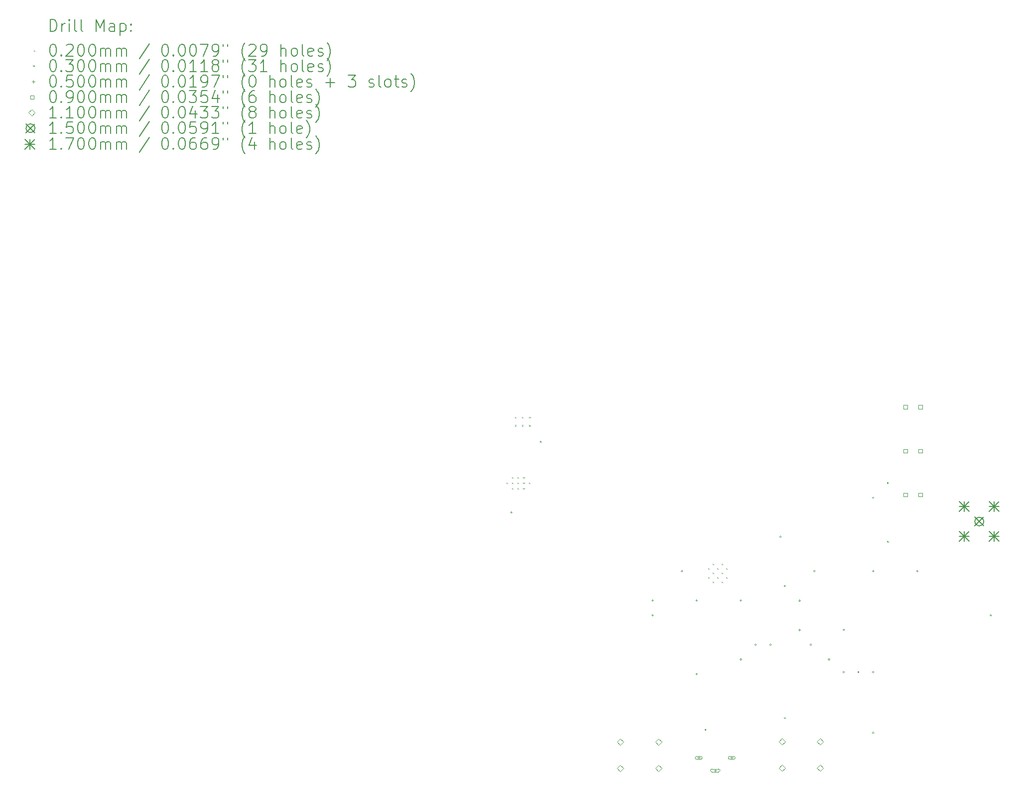
<source format=gbr>
%TF.GenerationSoftware,KiCad,Pcbnew,9.0.0*%
%TF.CreationDate,2025-07-02T16:13:17+05:30*%
%TF.ProjectId,ESP32 GPS + GSM Tracker,45535033-3220-4475-9053-202b2047534d,rev?*%
%TF.SameCoordinates,Original*%
%TF.FileFunction,Drillmap*%
%TF.FilePolarity,Positive*%
%FSLAX45Y45*%
G04 Gerber Fmt 4.5, Leading zero omitted, Abs format (unit mm)*
G04 Created by KiCad (PCBNEW 9.0.0) date 2025-07-02 16:13:17*
%MOMM*%
%LPD*%
G01*
G04 APERTURE LIST*
%ADD10C,0.200000*%
%ADD11C,0.100000*%
%ADD12C,0.110000*%
%ADD13C,0.150000*%
%ADD14C,0.170000*%
G04 APERTURE END LIST*
D10*
D11*
X8014500Y-7990000D02*
X8034500Y-8010000D01*
X8034500Y-7990000D02*
X8014500Y-8010000D01*
X8109500Y-7895000D02*
X8129500Y-7915000D01*
X8129500Y-7895000D02*
X8109500Y-7915000D01*
X8109500Y-7990000D02*
X8129500Y-8010000D01*
X8129500Y-7990000D02*
X8109500Y-8010000D01*
X8109500Y-8085000D02*
X8129500Y-8105000D01*
X8129500Y-8085000D02*
X8109500Y-8105000D01*
X8160500Y-6872500D02*
X8180500Y-6892500D01*
X8180500Y-6872500D02*
X8160500Y-6892500D01*
X8160500Y-7012500D02*
X8180500Y-7032500D01*
X8180500Y-7012500D02*
X8160500Y-7032500D01*
X8204500Y-7895000D02*
X8224500Y-7915000D01*
X8224500Y-7895000D02*
X8204500Y-7915000D01*
X8204500Y-7990000D02*
X8224500Y-8010000D01*
X8224500Y-7990000D02*
X8204500Y-8010000D01*
X8204500Y-8085000D02*
X8224500Y-8105000D01*
X8224500Y-8085000D02*
X8204500Y-8105000D01*
X8280500Y-6872500D02*
X8300500Y-6892500D01*
X8300500Y-6872500D02*
X8280500Y-6892500D01*
X8280500Y-7012500D02*
X8300500Y-7032500D01*
X8300500Y-7012500D02*
X8280500Y-7032500D01*
X8299500Y-7895000D02*
X8319500Y-7915000D01*
X8319500Y-7895000D02*
X8299500Y-7915000D01*
X8299500Y-7990000D02*
X8319500Y-8010000D01*
X8319500Y-7990000D02*
X8299500Y-8010000D01*
X8299500Y-8085000D02*
X8319500Y-8105000D01*
X8319500Y-8085000D02*
X8299500Y-8105000D01*
X8394500Y-7990000D02*
X8414500Y-8010000D01*
X8414500Y-7990000D02*
X8394500Y-8010000D01*
X8400500Y-6872500D02*
X8420500Y-6892500D01*
X8420500Y-6872500D02*
X8400500Y-6892500D01*
X8400500Y-7012500D02*
X8420500Y-7032500D01*
X8420500Y-7012500D02*
X8400500Y-7032500D01*
X11444500Y-9447750D02*
X11464500Y-9467750D01*
X11464500Y-9447750D02*
X11444500Y-9467750D01*
X11444500Y-9600250D02*
X11464500Y-9620250D01*
X11464500Y-9600250D02*
X11444500Y-9620250D01*
X11520750Y-9371500D02*
X11540750Y-9391500D01*
X11540750Y-9371500D02*
X11520750Y-9391500D01*
X11520750Y-9524000D02*
X11540750Y-9544000D01*
X11540750Y-9524000D02*
X11520750Y-9544000D01*
X11520750Y-9676500D02*
X11540750Y-9696500D01*
X11540750Y-9676500D02*
X11520750Y-9696500D01*
X11597000Y-9447750D02*
X11617000Y-9467750D01*
X11617000Y-9447750D02*
X11597000Y-9467750D01*
X11597000Y-9600250D02*
X11617000Y-9620250D01*
X11617000Y-9600250D02*
X11597000Y-9620250D01*
X11673250Y-9371500D02*
X11693250Y-9391500D01*
X11693250Y-9371500D02*
X11673250Y-9391500D01*
X11673250Y-9524000D02*
X11693250Y-9544000D01*
X11693250Y-9524000D02*
X11673250Y-9544000D01*
X11673250Y-9676500D02*
X11693250Y-9696500D01*
X11693250Y-9676500D02*
X11673250Y-9696500D01*
X11749500Y-9447750D02*
X11769500Y-9467750D01*
X11769500Y-9447750D02*
X11749500Y-9467750D01*
X11749500Y-9600250D02*
X11769500Y-9620250D01*
X11769500Y-9600250D02*
X11749500Y-9620250D01*
X8115000Y-8500000D02*
G75*
G02*
X8085000Y-8500000I-15000J0D01*
G01*
X8085000Y-8500000D02*
G75*
G02*
X8115000Y-8500000I15000J0D01*
G01*
X8615000Y-7300000D02*
G75*
G02*
X8585000Y-7300000I-15000J0D01*
G01*
X8585000Y-7300000D02*
G75*
G02*
X8615000Y-7300000I15000J0D01*
G01*
X10515000Y-10000000D02*
G75*
G02*
X10485000Y-10000000I-15000J0D01*
G01*
X10485000Y-10000000D02*
G75*
G02*
X10515000Y-10000000I15000J0D01*
G01*
X10515000Y-10250000D02*
G75*
G02*
X10485000Y-10250000I-15000J0D01*
G01*
X10485000Y-10250000D02*
G75*
G02*
X10515000Y-10250000I15000J0D01*
G01*
X11015000Y-9500000D02*
G75*
G02*
X10985000Y-9500000I-15000J0D01*
G01*
X10985000Y-9500000D02*
G75*
G02*
X11015000Y-9500000I15000J0D01*
G01*
X11265000Y-10000000D02*
G75*
G02*
X11235000Y-10000000I-15000J0D01*
G01*
X11235000Y-10000000D02*
G75*
G02*
X11265000Y-10000000I15000J0D01*
G01*
X11265000Y-11250000D02*
G75*
G02*
X11235000Y-11250000I-15000J0D01*
G01*
X11235000Y-11250000D02*
G75*
G02*
X11265000Y-11250000I15000J0D01*
G01*
X11415000Y-12200000D02*
G75*
G02*
X11385000Y-12200000I-15000J0D01*
G01*
X11385000Y-12200000D02*
G75*
G02*
X11415000Y-12200000I15000J0D01*
G01*
X12015000Y-10000000D02*
G75*
G02*
X11985000Y-10000000I-15000J0D01*
G01*
X11985000Y-10000000D02*
G75*
G02*
X12015000Y-10000000I15000J0D01*
G01*
X12015000Y-11000000D02*
G75*
G02*
X11985000Y-11000000I-15000J0D01*
G01*
X11985000Y-11000000D02*
G75*
G02*
X12015000Y-11000000I15000J0D01*
G01*
X12265000Y-10750000D02*
G75*
G02*
X12235000Y-10750000I-15000J0D01*
G01*
X12235000Y-10750000D02*
G75*
G02*
X12265000Y-10750000I15000J0D01*
G01*
X12519900Y-10750000D02*
G75*
G02*
X12489900Y-10750000I-15000J0D01*
G01*
X12489900Y-10750000D02*
G75*
G02*
X12519900Y-10750000I15000J0D01*
G01*
X12690000Y-8914853D02*
G75*
G02*
X12660000Y-8914853I-15000J0D01*
G01*
X12660000Y-8914853D02*
G75*
G02*
X12690000Y-8914853I15000J0D01*
G01*
X12765000Y-9750000D02*
G75*
G02*
X12735000Y-9750000I-15000J0D01*
G01*
X12735000Y-9750000D02*
G75*
G02*
X12765000Y-9750000I15000J0D01*
G01*
X12765000Y-12000000D02*
G75*
G02*
X12735000Y-12000000I-15000J0D01*
G01*
X12735000Y-12000000D02*
G75*
G02*
X12765000Y-12000000I15000J0D01*
G01*
X13015000Y-10000000D02*
G75*
G02*
X12985000Y-10000000I-15000J0D01*
G01*
X12985000Y-10000000D02*
G75*
G02*
X13015000Y-10000000I15000J0D01*
G01*
X13015000Y-10500000D02*
G75*
G02*
X12985000Y-10500000I-15000J0D01*
G01*
X12985000Y-10500000D02*
G75*
G02*
X13015000Y-10500000I15000J0D01*
G01*
X13205000Y-10750000D02*
G75*
G02*
X13175000Y-10750000I-15000J0D01*
G01*
X13175000Y-10750000D02*
G75*
G02*
X13205000Y-10750000I15000J0D01*
G01*
X13265000Y-9500000D02*
G75*
G02*
X13235000Y-9500000I-15000J0D01*
G01*
X13235000Y-9500000D02*
G75*
G02*
X13265000Y-9500000I15000J0D01*
G01*
X13515000Y-11000000D02*
G75*
G02*
X13485000Y-11000000I-15000J0D01*
G01*
X13485000Y-11000000D02*
G75*
G02*
X13515000Y-11000000I15000J0D01*
G01*
X13765000Y-10500000D02*
G75*
G02*
X13735000Y-10500000I-15000J0D01*
G01*
X13735000Y-10500000D02*
G75*
G02*
X13765000Y-10500000I15000J0D01*
G01*
X13765000Y-11217600D02*
G75*
G02*
X13735000Y-11217600I-15000J0D01*
G01*
X13735000Y-11217600D02*
G75*
G02*
X13765000Y-11217600I15000J0D01*
G01*
X14015000Y-11217600D02*
G75*
G02*
X13985000Y-11217600I-15000J0D01*
G01*
X13985000Y-11217600D02*
G75*
G02*
X14015000Y-11217600I15000J0D01*
G01*
X14265000Y-8250000D02*
G75*
G02*
X14235000Y-8250000I-15000J0D01*
G01*
X14235000Y-8250000D02*
G75*
G02*
X14265000Y-8250000I15000J0D01*
G01*
X14265000Y-9500000D02*
G75*
G02*
X14235000Y-9500000I-15000J0D01*
G01*
X14235000Y-9500000D02*
G75*
G02*
X14265000Y-9500000I15000J0D01*
G01*
X14265000Y-11217600D02*
G75*
G02*
X14235000Y-11217600I-15000J0D01*
G01*
X14235000Y-11217600D02*
G75*
G02*
X14265000Y-11217600I15000J0D01*
G01*
X14265000Y-12250000D02*
G75*
G02*
X14235000Y-12250000I-15000J0D01*
G01*
X14235000Y-12250000D02*
G75*
G02*
X14265000Y-12250000I15000J0D01*
G01*
X14515000Y-8000000D02*
G75*
G02*
X14485000Y-8000000I-15000J0D01*
G01*
X14485000Y-8000000D02*
G75*
G02*
X14515000Y-8000000I15000J0D01*
G01*
X14515000Y-9000000D02*
G75*
G02*
X14485000Y-9000000I-15000J0D01*
G01*
X14485000Y-9000000D02*
G75*
G02*
X14515000Y-9000000I15000J0D01*
G01*
X15015000Y-9500000D02*
G75*
G02*
X14985000Y-9500000I-15000J0D01*
G01*
X14985000Y-9500000D02*
G75*
G02*
X15015000Y-9500000I15000J0D01*
G01*
X16265000Y-10250000D02*
G75*
G02*
X16235000Y-10250000I-15000J0D01*
G01*
X16235000Y-10250000D02*
G75*
G02*
X16265000Y-10250000I15000J0D01*
G01*
X11285000Y-12650000D02*
X11285000Y-12700000D01*
X11260000Y-12675000D02*
X11310000Y-12675000D01*
X11250000Y-12700000D02*
X11320000Y-12700000D01*
X11320000Y-12650000D02*
G75*
G02*
X11320000Y-12700000I0J-25000D01*
G01*
X11320000Y-12650000D02*
X11250000Y-12650000D01*
X11250000Y-12650000D02*
G75*
G03*
X11250000Y-12700000I0J-25000D01*
G01*
X11565000Y-12865000D02*
X11565000Y-12915000D01*
X11540000Y-12890000D02*
X11590000Y-12890000D01*
X11510000Y-12915000D02*
X11620000Y-12915000D01*
X11620000Y-12865000D02*
G75*
G02*
X11620000Y-12915000I0J-25000D01*
G01*
X11620000Y-12865000D02*
X11510000Y-12865000D01*
X11510000Y-12865000D02*
G75*
G03*
X11510000Y-12915000I0J-25000D01*
G01*
X11845000Y-12650000D02*
X11845000Y-12700000D01*
X11820000Y-12675000D02*
X11870000Y-12675000D01*
X11810000Y-12700000D02*
X11880000Y-12700000D01*
X11880000Y-12650000D02*
G75*
G02*
X11880000Y-12700000I0J-25000D01*
G01*
X11880000Y-12650000D02*
X11810000Y-12650000D01*
X11810000Y-12650000D02*
G75*
G03*
X11810000Y-12700000I0J-25000D01*
G01*
X14831820Y-6737820D02*
X14831820Y-6674180D01*
X14768180Y-6674180D01*
X14768180Y-6737820D01*
X14831820Y-6737820D01*
X14831820Y-7484820D02*
X14831820Y-7421180D01*
X14768180Y-7421180D01*
X14768180Y-7484820D01*
X14831820Y-7484820D01*
X14831820Y-8231820D02*
X14831820Y-8168180D01*
X14768180Y-8168180D01*
X14768180Y-8231820D01*
X14831820Y-8231820D01*
X15085820Y-6737820D02*
X15085820Y-6674180D01*
X15022180Y-6674180D01*
X15022180Y-6737820D01*
X15085820Y-6737820D01*
X15085820Y-7484820D02*
X15085820Y-7421180D01*
X15022180Y-7421180D01*
X15022180Y-7484820D01*
X15085820Y-7484820D01*
X15085820Y-8231820D02*
X15085820Y-8168180D01*
X15022180Y-8168180D01*
X15022180Y-8231820D01*
X15085820Y-8231820D01*
D12*
X9950000Y-12460000D02*
X10005000Y-12405000D01*
X9950000Y-12350000D01*
X9895000Y-12405000D01*
X9950000Y-12460000D01*
X9950000Y-12910000D02*
X10005000Y-12855000D01*
X9950000Y-12800000D01*
X9895000Y-12855000D01*
X9950000Y-12910000D01*
X10600000Y-12460000D02*
X10655000Y-12405000D01*
X10600000Y-12350000D01*
X10545000Y-12405000D01*
X10600000Y-12460000D01*
X10600000Y-12910000D02*
X10655000Y-12855000D01*
X10600000Y-12800000D01*
X10545000Y-12855000D01*
X10600000Y-12910000D01*
X12700000Y-12455000D02*
X12755000Y-12400000D01*
X12700000Y-12345000D01*
X12645000Y-12400000D01*
X12700000Y-12455000D01*
X12700000Y-12905000D02*
X12755000Y-12850000D01*
X12700000Y-12795000D01*
X12645000Y-12850000D01*
X12700000Y-12905000D01*
X13350000Y-12455000D02*
X13405000Y-12400000D01*
X13350000Y-12345000D01*
X13295000Y-12400000D01*
X13350000Y-12455000D01*
X13350000Y-12905000D02*
X13405000Y-12850000D01*
X13350000Y-12795000D01*
X13295000Y-12850000D01*
X13350000Y-12905000D01*
D13*
X15979000Y-8579000D02*
X16129000Y-8729000D01*
X16129000Y-8579000D02*
X15979000Y-8729000D01*
X16129000Y-8654000D02*
G75*
G02*
X15979000Y-8654000I-75000J0D01*
G01*
X15979000Y-8654000D02*
G75*
G02*
X16129000Y-8654000I75000J0D01*
G01*
D14*
X15715000Y-8315000D02*
X15885000Y-8485000D01*
X15885000Y-8315000D02*
X15715000Y-8485000D01*
X15800000Y-8315000D02*
X15800000Y-8485000D01*
X15715000Y-8400000D02*
X15885000Y-8400000D01*
X15715000Y-8823000D02*
X15885000Y-8993000D01*
X15885000Y-8823000D02*
X15715000Y-8993000D01*
X15800000Y-8823000D02*
X15800000Y-8993000D01*
X15715000Y-8908000D02*
X15885000Y-8908000D01*
X16223000Y-8315000D02*
X16393000Y-8485000D01*
X16393000Y-8315000D02*
X16223000Y-8485000D01*
X16308000Y-8315000D02*
X16308000Y-8485000D01*
X16223000Y-8400000D02*
X16393000Y-8400000D01*
X16223000Y-8823000D02*
X16393000Y-8993000D01*
X16393000Y-8823000D02*
X16223000Y-8993000D01*
X16308000Y-8823000D02*
X16308000Y-8993000D01*
X16223000Y-8908000D02*
X16393000Y-8908000D01*
D10*
X260777Y-311484D02*
X260777Y-111484D01*
X260777Y-111484D02*
X308396Y-111484D01*
X308396Y-111484D02*
X336967Y-121008D01*
X336967Y-121008D02*
X356015Y-140055D01*
X356015Y-140055D02*
X365539Y-159103D01*
X365539Y-159103D02*
X375062Y-197198D01*
X375062Y-197198D02*
X375062Y-225769D01*
X375062Y-225769D02*
X365539Y-263865D01*
X365539Y-263865D02*
X356015Y-282912D01*
X356015Y-282912D02*
X336967Y-301960D01*
X336967Y-301960D02*
X308396Y-311484D01*
X308396Y-311484D02*
X260777Y-311484D01*
X460777Y-311484D02*
X460777Y-178150D01*
X460777Y-216246D02*
X470301Y-197198D01*
X470301Y-197198D02*
X479824Y-187674D01*
X479824Y-187674D02*
X498872Y-178150D01*
X498872Y-178150D02*
X517920Y-178150D01*
X584586Y-311484D02*
X584586Y-178150D01*
X584586Y-111484D02*
X575063Y-121008D01*
X575063Y-121008D02*
X584586Y-130531D01*
X584586Y-130531D02*
X594110Y-121008D01*
X594110Y-121008D02*
X584586Y-111484D01*
X584586Y-111484D02*
X584586Y-130531D01*
X708396Y-311484D02*
X689348Y-301960D01*
X689348Y-301960D02*
X679824Y-282912D01*
X679824Y-282912D02*
X679824Y-111484D01*
X813158Y-311484D02*
X794110Y-301960D01*
X794110Y-301960D02*
X784586Y-282912D01*
X784586Y-282912D02*
X784586Y-111484D01*
X1041729Y-311484D02*
X1041729Y-111484D01*
X1041729Y-111484D02*
X1108396Y-254341D01*
X1108396Y-254341D02*
X1175063Y-111484D01*
X1175063Y-111484D02*
X1175063Y-311484D01*
X1356015Y-311484D02*
X1356015Y-206722D01*
X1356015Y-206722D02*
X1346491Y-187674D01*
X1346491Y-187674D02*
X1327444Y-178150D01*
X1327444Y-178150D02*
X1289348Y-178150D01*
X1289348Y-178150D02*
X1270301Y-187674D01*
X1356015Y-301960D02*
X1336967Y-311484D01*
X1336967Y-311484D02*
X1289348Y-311484D01*
X1289348Y-311484D02*
X1270301Y-301960D01*
X1270301Y-301960D02*
X1260777Y-282912D01*
X1260777Y-282912D02*
X1260777Y-263865D01*
X1260777Y-263865D02*
X1270301Y-244817D01*
X1270301Y-244817D02*
X1289348Y-235293D01*
X1289348Y-235293D02*
X1336967Y-235293D01*
X1336967Y-235293D02*
X1356015Y-225769D01*
X1451253Y-178150D02*
X1451253Y-378150D01*
X1451253Y-187674D02*
X1470301Y-178150D01*
X1470301Y-178150D02*
X1508396Y-178150D01*
X1508396Y-178150D02*
X1527443Y-187674D01*
X1527443Y-187674D02*
X1536967Y-197198D01*
X1536967Y-197198D02*
X1546491Y-216246D01*
X1546491Y-216246D02*
X1546491Y-273389D01*
X1546491Y-273389D02*
X1536967Y-292436D01*
X1536967Y-292436D02*
X1527443Y-301960D01*
X1527443Y-301960D02*
X1508396Y-311484D01*
X1508396Y-311484D02*
X1470301Y-311484D01*
X1470301Y-311484D02*
X1451253Y-301960D01*
X1632205Y-292436D02*
X1641729Y-301960D01*
X1641729Y-301960D02*
X1632205Y-311484D01*
X1632205Y-311484D02*
X1622682Y-301960D01*
X1622682Y-301960D02*
X1632205Y-292436D01*
X1632205Y-292436D02*
X1632205Y-311484D01*
X1632205Y-187674D02*
X1641729Y-197198D01*
X1641729Y-197198D02*
X1632205Y-206722D01*
X1632205Y-206722D02*
X1622682Y-197198D01*
X1622682Y-197198D02*
X1632205Y-187674D01*
X1632205Y-187674D02*
X1632205Y-206722D01*
D11*
X-20000Y-630000D02*
X0Y-650000D01*
X0Y-630000D02*
X-20000Y-650000D01*
D10*
X298872Y-531484D02*
X317920Y-531484D01*
X317920Y-531484D02*
X336967Y-541008D01*
X336967Y-541008D02*
X346491Y-550531D01*
X346491Y-550531D02*
X356015Y-569579D01*
X356015Y-569579D02*
X365539Y-607674D01*
X365539Y-607674D02*
X365539Y-655293D01*
X365539Y-655293D02*
X356015Y-693389D01*
X356015Y-693389D02*
X346491Y-712436D01*
X346491Y-712436D02*
X336967Y-721960D01*
X336967Y-721960D02*
X317920Y-731484D01*
X317920Y-731484D02*
X298872Y-731484D01*
X298872Y-731484D02*
X279824Y-721960D01*
X279824Y-721960D02*
X270301Y-712436D01*
X270301Y-712436D02*
X260777Y-693389D01*
X260777Y-693389D02*
X251253Y-655293D01*
X251253Y-655293D02*
X251253Y-607674D01*
X251253Y-607674D02*
X260777Y-569579D01*
X260777Y-569579D02*
X270301Y-550531D01*
X270301Y-550531D02*
X279824Y-541008D01*
X279824Y-541008D02*
X298872Y-531484D01*
X451253Y-712436D02*
X460777Y-721960D01*
X460777Y-721960D02*
X451253Y-731484D01*
X451253Y-731484D02*
X441729Y-721960D01*
X441729Y-721960D02*
X451253Y-712436D01*
X451253Y-712436D02*
X451253Y-731484D01*
X536967Y-550531D02*
X546491Y-541008D01*
X546491Y-541008D02*
X565539Y-531484D01*
X565539Y-531484D02*
X613158Y-531484D01*
X613158Y-531484D02*
X632205Y-541008D01*
X632205Y-541008D02*
X641729Y-550531D01*
X641729Y-550531D02*
X651253Y-569579D01*
X651253Y-569579D02*
X651253Y-588627D01*
X651253Y-588627D02*
X641729Y-617198D01*
X641729Y-617198D02*
X527444Y-731484D01*
X527444Y-731484D02*
X651253Y-731484D01*
X775062Y-531484D02*
X794110Y-531484D01*
X794110Y-531484D02*
X813158Y-541008D01*
X813158Y-541008D02*
X822682Y-550531D01*
X822682Y-550531D02*
X832205Y-569579D01*
X832205Y-569579D02*
X841729Y-607674D01*
X841729Y-607674D02*
X841729Y-655293D01*
X841729Y-655293D02*
X832205Y-693389D01*
X832205Y-693389D02*
X822682Y-712436D01*
X822682Y-712436D02*
X813158Y-721960D01*
X813158Y-721960D02*
X794110Y-731484D01*
X794110Y-731484D02*
X775062Y-731484D01*
X775062Y-731484D02*
X756015Y-721960D01*
X756015Y-721960D02*
X746491Y-712436D01*
X746491Y-712436D02*
X736967Y-693389D01*
X736967Y-693389D02*
X727443Y-655293D01*
X727443Y-655293D02*
X727443Y-607674D01*
X727443Y-607674D02*
X736967Y-569579D01*
X736967Y-569579D02*
X746491Y-550531D01*
X746491Y-550531D02*
X756015Y-541008D01*
X756015Y-541008D02*
X775062Y-531484D01*
X965539Y-531484D02*
X984586Y-531484D01*
X984586Y-531484D02*
X1003634Y-541008D01*
X1003634Y-541008D02*
X1013158Y-550531D01*
X1013158Y-550531D02*
X1022682Y-569579D01*
X1022682Y-569579D02*
X1032205Y-607674D01*
X1032205Y-607674D02*
X1032205Y-655293D01*
X1032205Y-655293D02*
X1022682Y-693389D01*
X1022682Y-693389D02*
X1013158Y-712436D01*
X1013158Y-712436D02*
X1003634Y-721960D01*
X1003634Y-721960D02*
X984586Y-731484D01*
X984586Y-731484D02*
X965539Y-731484D01*
X965539Y-731484D02*
X946491Y-721960D01*
X946491Y-721960D02*
X936967Y-712436D01*
X936967Y-712436D02*
X927443Y-693389D01*
X927443Y-693389D02*
X917920Y-655293D01*
X917920Y-655293D02*
X917920Y-607674D01*
X917920Y-607674D02*
X927443Y-569579D01*
X927443Y-569579D02*
X936967Y-550531D01*
X936967Y-550531D02*
X946491Y-541008D01*
X946491Y-541008D02*
X965539Y-531484D01*
X1117920Y-731484D02*
X1117920Y-598150D01*
X1117920Y-617198D02*
X1127444Y-607674D01*
X1127444Y-607674D02*
X1146491Y-598150D01*
X1146491Y-598150D02*
X1175063Y-598150D01*
X1175063Y-598150D02*
X1194110Y-607674D01*
X1194110Y-607674D02*
X1203634Y-626722D01*
X1203634Y-626722D02*
X1203634Y-731484D01*
X1203634Y-626722D02*
X1213158Y-607674D01*
X1213158Y-607674D02*
X1232205Y-598150D01*
X1232205Y-598150D02*
X1260777Y-598150D01*
X1260777Y-598150D02*
X1279825Y-607674D01*
X1279825Y-607674D02*
X1289348Y-626722D01*
X1289348Y-626722D02*
X1289348Y-731484D01*
X1384586Y-731484D02*
X1384586Y-598150D01*
X1384586Y-617198D02*
X1394110Y-607674D01*
X1394110Y-607674D02*
X1413158Y-598150D01*
X1413158Y-598150D02*
X1441729Y-598150D01*
X1441729Y-598150D02*
X1460777Y-607674D01*
X1460777Y-607674D02*
X1470301Y-626722D01*
X1470301Y-626722D02*
X1470301Y-731484D01*
X1470301Y-626722D02*
X1479824Y-607674D01*
X1479824Y-607674D02*
X1498872Y-598150D01*
X1498872Y-598150D02*
X1527443Y-598150D01*
X1527443Y-598150D02*
X1546491Y-607674D01*
X1546491Y-607674D02*
X1556015Y-626722D01*
X1556015Y-626722D02*
X1556015Y-731484D01*
X1946491Y-521960D02*
X1775063Y-779103D01*
X2203634Y-531484D02*
X2222682Y-531484D01*
X2222682Y-531484D02*
X2241729Y-541008D01*
X2241729Y-541008D02*
X2251253Y-550531D01*
X2251253Y-550531D02*
X2260777Y-569579D01*
X2260777Y-569579D02*
X2270301Y-607674D01*
X2270301Y-607674D02*
X2270301Y-655293D01*
X2270301Y-655293D02*
X2260777Y-693389D01*
X2260777Y-693389D02*
X2251253Y-712436D01*
X2251253Y-712436D02*
X2241729Y-721960D01*
X2241729Y-721960D02*
X2222682Y-731484D01*
X2222682Y-731484D02*
X2203634Y-731484D01*
X2203634Y-731484D02*
X2184587Y-721960D01*
X2184587Y-721960D02*
X2175063Y-712436D01*
X2175063Y-712436D02*
X2165539Y-693389D01*
X2165539Y-693389D02*
X2156015Y-655293D01*
X2156015Y-655293D02*
X2156015Y-607674D01*
X2156015Y-607674D02*
X2165539Y-569579D01*
X2165539Y-569579D02*
X2175063Y-550531D01*
X2175063Y-550531D02*
X2184587Y-541008D01*
X2184587Y-541008D02*
X2203634Y-531484D01*
X2356015Y-712436D02*
X2365539Y-721960D01*
X2365539Y-721960D02*
X2356015Y-731484D01*
X2356015Y-731484D02*
X2346491Y-721960D01*
X2346491Y-721960D02*
X2356015Y-712436D01*
X2356015Y-712436D02*
X2356015Y-731484D01*
X2489348Y-531484D02*
X2508396Y-531484D01*
X2508396Y-531484D02*
X2527444Y-541008D01*
X2527444Y-541008D02*
X2536968Y-550531D01*
X2536968Y-550531D02*
X2546491Y-569579D01*
X2546491Y-569579D02*
X2556015Y-607674D01*
X2556015Y-607674D02*
X2556015Y-655293D01*
X2556015Y-655293D02*
X2546491Y-693389D01*
X2546491Y-693389D02*
X2536968Y-712436D01*
X2536968Y-712436D02*
X2527444Y-721960D01*
X2527444Y-721960D02*
X2508396Y-731484D01*
X2508396Y-731484D02*
X2489348Y-731484D01*
X2489348Y-731484D02*
X2470301Y-721960D01*
X2470301Y-721960D02*
X2460777Y-712436D01*
X2460777Y-712436D02*
X2451253Y-693389D01*
X2451253Y-693389D02*
X2441729Y-655293D01*
X2441729Y-655293D02*
X2441729Y-607674D01*
X2441729Y-607674D02*
X2451253Y-569579D01*
X2451253Y-569579D02*
X2460777Y-550531D01*
X2460777Y-550531D02*
X2470301Y-541008D01*
X2470301Y-541008D02*
X2489348Y-531484D01*
X2679825Y-531484D02*
X2698872Y-531484D01*
X2698872Y-531484D02*
X2717920Y-541008D01*
X2717920Y-541008D02*
X2727444Y-550531D01*
X2727444Y-550531D02*
X2736968Y-569579D01*
X2736968Y-569579D02*
X2746491Y-607674D01*
X2746491Y-607674D02*
X2746491Y-655293D01*
X2746491Y-655293D02*
X2736968Y-693389D01*
X2736968Y-693389D02*
X2727444Y-712436D01*
X2727444Y-712436D02*
X2717920Y-721960D01*
X2717920Y-721960D02*
X2698872Y-731484D01*
X2698872Y-731484D02*
X2679825Y-731484D01*
X2679825Y-731484D02*
X2660777Y-721960D01*
X2660777Y-721960D02*
X2651253Y-712436D01*
X2651253Y-712436D02*
X2641729Y-693389D01*
X2641729Y-693389D02*
X2632206Y-655293D01*
X2632206Y-655293D02*
X2632206Y-607674D01*
X2632206Y-607674D02*
X2641729Y-569579D01*
X2641729Y-569579D02*
X2651253Y-550531D01*
X2651253Y-550531D02*
X2660777Y-541008D01*
X2660777Y-541008D02*
X2679825Y-531484D01*
X2813158Y-531484D02*
X2946491Y-531484D01*
X2946491Y-531484D02*
X2860777Y-731484D01*
X3032206Y-731484D02*
X3070301Y-731484D01*
X3070301Y-731484D02*
X3089348Y-721960D01*
X3089348Y-721960D02*
X3098872Y-712436D01*
X3098872Y-712436D02*
X3117920Y-683865D01*
X3117920Y-683865D02*
X3127444Y-645770D01*
X3127444Y-645770D02*
X3127444Y-569579D01*
X3127444Y-569579D02*
X3117920Y-550531D01*
X3117920Y-550531D02*
X3108396Y-541008D01*
X3108396Y-541008D02*
X3089348Y-531484D01*
X3089348Y-531484D02*
X3051253Y-531484D01*
X3051253Y-531484D02*
X3032206Y-541008D01*
X3032206Y-541008D02*
X3022682Y-550531D01*
X3022682Y-550531D02*
X3013158Y-569579D01*
X3013158Y-569579D02*
X3013158Y-617198D01*
X3013158Y-617198D02*
X3022682Y-636246D01*
X3022682Y-636246D02*
X3032206Y-645770D01*
X3032206Y-645770D02*
X3051253Y-655293D01*
X3051253Y-655293D02*
X3089348Y-655293D01*
X3089348Y-655293D02*
X3108396Y-645770D01*
X3108396Y-645770D02*
X3117920Y-636246D01*
X3117920Y-636246D02*
X3127444Y-617198D01*
X3203634Y-531484D02*
X3203634Y-569579D01*
X3279825Y-531484D02*
X3279825Y-569579D01*
X3575063Y-807674D02*
X3565539Y-798150D01*
X3565539Y-798150D02*
X3546491Y-769579D01*
X3546491Y-769579D02*
X3536968Y-750531D01*
X3536968Y-750531D02*
X3527444Y-721960D01*
X3527444Y-721960D02*
X3517920Y-674341D01*
X3517920Y-674341D02*
X3517920Y-636246D01*
X3517920Y-636246D02*
X3527444Y-588627D01*
X3527444Y-588627D02*
X3536968Y-560055D01*
X3536968Y-560055D02*
X3546491Y-541008D01*
X3546491Y-541008D02*
X3565539Y-512436D01*
X3565539Y-512436D02*
X3575063Y-502912D01*
X3641729Y-550531D02*
X3651253Y-541008D01*
X3651253Y-541008D02*
X3670301Y-531484D01*
X3670301Y-531484D02*
X3717920Y-531484D01*
X3717920Y-531484D02*
X3736968Y-541008D01*
X3736968Y-541008D02*
X3746491Y-550531D01*
X3746491Y-550531D02*
X3756015Y-569579D01*
X3756015Y-569579D02*
X3756015Y-588627D01*
X3756015Y-588627D02*
X3746491Y-617198D01*
X3746491Y-617198D02*
X3632206Y-731484D01*
X3632206Y-731484D02*
X3756015Y-731484D01*
X3851253Y-731484D02*
X3889348Y-731484D01*
X3889348Y-731484D02*
X3908396Y-721960D01*
X3908396Y-721960D02*
X3917920Y-712436D01*
X3917920Y-712436D02*
X3936968Y-683865D01*
X3936968Y-683865D02*
X3946491Y-645770D01*
X3946491Y-645770D02*
X3946491Y-569579D01*
X3946491Y-569579D02*
X3936968Y-550531D01*
X3936968Y-550531D02*
X3927444Y-541008D01*
X3927444Y-541008D02*
X3908396Y-531484D01*
X3908396Y-531484D02*
X3870301Y-531484D01*
X3870301Y-531484D02*
X3851253Y-541008D01*
X3851253Y-541008D02*
X3841729Y-550531D01*
X3841729Y-550531D02*
X3832206Y-569579D01*
X3832206Y-569579D02*
X3832206Y-617198D01*
X3832206Y-617198D02*
X3841729Y-636246D01*
X3841729Y-636246D02*
X3851253Y-645770D01*
X3851253Y-645770D02*
X3870301Y-655293D01*
X3870301Y-655293D02*
X3908396Y-655293D01*
X3908396Y-655293D02*
X3927444Y-645770D01*
X3927444Y-645770D02*
X3936968Y-636246D01*
X3936968Y-636246D02*
X3946491Y-617198D01*
X4184587Y-731484D02*
X4184587Y-531484D01*
X4270301Y-731484D02*
X4270301Y-626722D01*
X4270301Y-626722D02*
X4260777Y-607674D01*
X4260777Y-607674D02*
X4241730Y-598150D01*
X4241730Y-598150D02*
X4213158Y-598150D01*
X4213158Y-598150D02*
X4194110Y-607674D01*
X4194110Y-607674D02*
X4184587Y-617198D01*
X4394111Y-731484D02*
X4375063Y-721960D01*
X4375063Y-721960D02*
X4365539Y-712436D01*
X4365539Y-712436D02*
X4356015Y-693389D01*
X4356015Y-693389D02*
X4356015Y-636246D01*
X4356015Y-636246D02*
X4365539Y-617198D01*
X4365539Y-617198D02*
X4375063Y-607674D01*
X4375063Y-607674D02*
X4394111Y-598150D01*
X4394111Y-598150D02*
X4422682Y-598150D01*
X4422682Y-598150D02*
X4441730Y-607674D01*
X4441730Y-607674D02*
X4451253Y-617198D01*
X4451253Y-617198D02*
X4460777Y-636246D01*
X4460777Y-636246D02*
X4460777Y-693389D01*
X4460777Y-693389D02*
X4451253Y-712436D01*
X4451253Y-712436D02*
X4441730Y-721960D01*
X4441730Y-721960D02*
X4422682Y-731484D01*
X4422682Y-731484D02*
X4394111Y-731484D01*
X4575063Y-731484D02*
X4556015Y-721960D01*
X4556015Y-721960D02*
X4546492Y-702912D01*
X4546492Y-702912D02*
X4546492Y-531484D01*
X4727444Y-721960D02*
X4708396Y-731484D01*
X4708396Y-731484D02*
X4670301Y-731484D01*
X4670301Y-731484D02*
X4651253Y-721960D01*
X4651253Y-721960D02*
X4641730Y-702912D01*
X4641730Y-702912D02*
X4641730Y-626722D01*
X4641730Y-626722D02*
X4651253Y-607674D01*
X4651253Y-607674D02*
X4670301Y-598150D01*
X4670301Y-598150D02*
X4708396Y-598150D01*
X4708396Y-598150D02*
X4727444Y-607674D01*
X4727444Y-607674D02*
X4736968Y-626722D01*
X4736968Y-626722D02*
X4736968Y-645770D01*
X4736968Y-645770D02*
X4641730Y-664817D01*
X4813158Y-721960D02*
X4832206Y-731484D01*
X4832206Y-731484D02*
X4870301Y-731484D01*
X4870301Y-731484D02*
X4889349Y-721960D01*
X4889349Y-721960D02*
X4898873Y-702912D01*
X4898873Y-702912D02*
X4898873Y-693389D01*
X4898873Y-693389D02*
X4889349Y-674341D01*
X4889349Y-674341D02*
X4870301Y-664817D01*
X4870301Y-664817D02*
X4841730Y-664817D01*
X4841730Y-664817D02*
X4822682Y-655293D01*
X4822682Y-655293D02*
X4813158Y-636246D01*
X4813158Y-636246D02*
X4813158Y-626722D01*
X4813158Y-626722D02*
X4822682Y-607674D01*
X4822682Y-607674D02*
X4841730Y-598150D01*
X4841730Y-598150D02*
X4870301Y-598150D01*
X4870301Y-598150D02*
X4889349Y-607674D01*
X4965539Y-807674D02*
X4975063Y-798150D01*
X4975063Y-798150D02*
X4994111Y-769579D01*
X4994111Y-769579D02*
X5003634Y-750531D01*
X5003634Y-750531D02*
X5013158Y-721960D01*
X5013158Y-721960D02*
X5022682Y-674341D01*
X5022682Y-674341D02*
X5022682Y-636246D01*
X5022682Y-636246D02*
X5013158Y-588627D01*
X5013158Y-588627D02*
X5003634Y-560055D01*
X5003634Y-560055D02*
X4994111Y-541008D01*
X4994111Y-541008D02*
X4975063Y-512436D01*
X4975063Y-512436D02*
X4965539Y-502912D01*
D11*
X0Y-904000D02*
G75*
G02*
X-30000Y-904000I-15000J0D01*
G01*
X-30000Y-904000D02*
G75*
G02*
X0Y-904000I15000J0D01*
G01*
D10*
X298872Y-795484D02*
X317920Y-795484D01*
X317920Y-795484D02*
X336967Y-805008D01*
X336967Y-805008D02*
X346491Y-814531D01*
X346491Y-814531D02*
X356015Y-833579D01*
X356015Y-833579D02*
X365539Y-871674D01*
X365539Y-871674D02*
X365539Y-919293D01*
X365539Y-919293D02*
X356015Y-957388D01*
X356015Y-957388D02*
X346491Y-976436D01*
X346491Y-976436D02*
X336967Y-985960D01*
X336967Y-985960D02*
X317920Y-995484D01*
X317920Y-995484D02*
X298872Y-995484D01*
X298872Y-995484D02*
X279824Y-985960D01*
X279824Y-985960D02*
X270301Y-976436D01*
X270301Y-976436D02*
X260777Y-957388D01*
X260777Y-957388D02*
X251253Y-919293D01*
X251253Y-919293D02*
X251253Y-871674D01*
X251253Y-871674D02*
X260777Y-833579D01*
X260777Y-833579D02*
X270301Y-814531D01*
X270301Y-814531D02*
X279824Y-805008D01*
X279824Y-805008D02*
X298872Y-795484D01*
X451253Y-976436D02*
X460777Y-985960D01*
X460777Y-985960D02*
X451253Y-995484D01*
X451253Y-995484D02*
X441729Y-985960D01*
X441729Y-985960D02*
X451253Y-976436D01*
X451253Y-976436D02*
X451253Y-995484D01*
X527444Y-795484D02*
X651253Y-795484D01*
X651253Y-795484D02*
X584586Y-871674D01*
X584586Y-871674D02*
X613158Y-871674D01*
X613158Y-871674D02*
X632205Y-881198D01*
X632205Y-881198D02*
X641729Y-890722D01*
X641729Y-890722D02*
X651253Y-909769D01*
X651253Y-909769D02*
X651253Y-957388D01*
X651253Y-957388D02*
X641729Y-976436D01*
X641729Y-976436D02*
X632205Y-985960D01*
X632205Y-985960D02*
X613158Y-995484D01*
X613158Y-995484D02*
X556015Y-995484D01*
X556015Y-995484D02*
X536967Y-985960D01*
X536967Y-985960D02*
X527444Y-976436D01*
X775062Y-795484D02*
X794110Y-795484D01*
X794110Y-795484D02*
X813158Y-805008D01*
X813158Y-805008D02*
X822682Y-814531D01*
X822682Y-814531D02*
X832205Y-833579D01*
X832205Y-833579D02*
X841729Y-871674D01*
X841729Y-871674D02*
X841729Y-919293D01*
X841729Y-919293D02*
X832205Y-957388D01*
X832205Y-957388D02*
X822682Y-976436D01*
X822682Y-976436D02*
X813158Y-985960D01*
X813158Y-985960D02*
X794110Y-995484D01*
X794110Y-995484D02*
X775062Y-995484D01*
X775062Y-995484D02*
X756015Y-985960D01*
X756015Y-985960D02*
X746491Y-976436D01*
X746491Y-976436D02*
X736967Y-957388D01*
X736967Y-957388D02*
X727443Y-919293D01*
X727443Y-919293D02*
X727443Y-871674D01*
X727443Y-871674D02*
X736967Y-833579D01*
X736967Y-833579D02*
X746491Y-814531D01*
X746491Y-814531D02*
X756015Y-805008D01*
X756015Y-805008D02*
X775062Y-795484D01*
X965539Y-795484D02*
X984586Y-795484D01*
X984586Y-795484D02*
X1003634Y-805008D01*
X1003634Y-805008D02*
X1013158Y-814531D01*
X1013158Y-814531D02*
X1022682Y-833579D01*
X1022682Y-833579D02*
X1032205Y-871674D01*
X1032205Y-871674D02*
X1032205Y-919293D01*
X1032205Y-919293D02*
X1022682Y-957388D01*
X1022682Y-957388D02*
X1013158Y-976436D01*
X1013158Y-976436D02*
X1003634Y-985960D01*
X1003634Y-985960D02*
X984586Y-995484D01*
X984586Y-995484D02*
X965539Y-995484D01*
X965539Y-995484D02*
X946491Y-985960D01*
X946491Y-985960D02*
X936967Y-976436D01*
X936967Y-976436D02*
X927443Y-957388D01*
X927443Y-957388D02*
X917920Y-919293D01*
X917920Y-919293D02*
X917920Y-871674D01*
X917920Y-871674D02*
X927443Y-833579D01*
X927443Y-833579D02*
X936967Y-814531D01*
X936967Y-814531D02*
X946491Y-805008D01*
X946491Y-805008D02*
X965539Y-795484D01*
X1117920Y-995484D02*
X1117920Y-862150D01*
X1117920Y-881198D02*
X1127444Y-871674D01*
X1127444Y-871674D02*
X1146491Y-862150D01*
X1146491Y-862150D02*
X1175063Y-862150D01*
X1175063Y-862150D02*
X1194110Y-871674D01*
X1194110Y-871674D02*
X1203634Y-890722D01*
X1203634Y-890722D02*
X1203634Y-995484D01*
X1203634Y-890722D02*
X1213158Y-871674D01*
X1213158Y-871674D02*
X1232205Y-862150D01*
X1232205Y-862150D02*
X1260777Y-862150D01*
X1260777Y-862150D02*
X1279825Y-871674D01*
X1279825Y-871674D02*
X1289348Y-890722D01*
X1289348Y-890722D02*
X1289348Y-995484D01*
X1384586Y-995484D02*
X1384586Y-862150D01*
X1384586Y-881198D02*
X1394110Y-871674D01*
X1394110Y-871674D02*
X1413158Y-862150D01*
X1413158Y-862150D02*
X1441729Y-862150D01*
X1441729Y-862150D02*
X1460777Y-871674D01*
X1460777Y-871674D02*
X1470301Y-890722D01*
X1470301Y-890722D02*
X1470301Y-995484D01*
X1470301Y-890722D02*
X1479824Y-871674D01*
X1479824Y-871674D02*
X1498872Y-862150D01*
X1498872Y-862150D02*
X1527443Y-862150D01*
X1527443Y-862150D02*
X1546491Y-871674D01*
X1546491Y-871674D02*
X1556015Y-890722D01*
X1556015Y-890722D02*
X1556015Y-995484D01*
X1946491Y-785960D02*
X1775063Y-1043103D01*
X2203634Y-795484D02*
X2222682Y-795484D01*
X2222682Y-795484D02*
X2241729Y-805008D01*
X2241729Y-805008D02*
X2251253Y-814531D01*
X2251253Y-814531D02*
X2260777Y-833579D01*
X2260777Y-833579D02*
X2270301Y-871674D01*
X2270301Y-871674D02*
X2270301Y-919293D01*
X2270301Y-919293D02*
X2260777Y-957388D01*
X2260777Y-957388D02*
X2251253Y-976436D01*
X2251253Y-976436D02*
X2241729Y-985960D01*
X2241729Y-985960D02*
X2222682Y-995484D01*
X2222682Y-995484D02*
X2203634Y-995484D01*
X2203634Y-995484D02*
X2184587Y-985960D01*
X2184587Y-985960D02*
X2175063Y-976436D01*
X2175063Y-976436D02*
X2165539Y-957388D01*
X2165539Y-957388D02*
X2156015Y-919293D01*
X2156015Y-919293D02*
X2156015Y-871674D01*
X2156015Y-871674D02*
X2165539Y-833579D01*
X2165539Y-833579D02*
X2175063Y-814531D01*
X2175063Y-814531D02*
X2184587Y-805008D01*
X2184587Y-805008D02*
X2203634Y-795484D01*
X2356015Y-976436D02*
X2365539Y-985960D01*
X2365539Y-985960D02*
X2356015Y-995484D01*
X2356015Y-995484D02*
X2346491Y-985960D01*
X2346491Y-985960D02*
X2356015Y-976436D01*
X2356015Y-976436D02*
X2356015Y-995484D01*
X2489348Y-795484D02*
X2508396Y-795484D01*
X2508396Y-795484D02*
X2527444Y-805008D01*
X2527444Y-805008D02*
X2536968Y-814531D01*
X2536968Y-814531D02*
X2546491Y-833579D01*
X2546491Y-833579D02*
X2556015Y-871674D01*
X2556015Y-871674D02*
X2556015Y-919293D01*
X2556015Y-919293D02*
X2546491Y-957388D01*
X2546491Y-957388D02*
X2536968Y-976436D01*
X2536968Y-976436D02*
X2527444Y-985960D01*
X2527444Y-985960D02*
X2508396Y-995484D01*
X2508396Y-995484D02*
X2489348Y-995484D01*
X2489348Y-995484D02*
X2470301Y-985960D01*
X2470301Y-985960D02*
X2460777Y-976436D01*
X2460777Y-976436D02*
X2451253Y-957388D01*
X2451253Y-957388D02*
X2441729Y-919293D01*
X2441729Y-919293D02*
X2441729Y-871674D01*
X2441729Y-871674D02*
X2451253Y-833579D01*
X2451253Y-833579D02*
X2460777Y-814531D01*
X2460777Y-814531D02*
X2470301Y-805008D01*
X2470301Y-805008D02*
X2489348Y-795484D01*
X2746491Y-995484D02*
X2632206Y-995484D01*
X2689348Y-995484D02*
X2689348Y-795484D01*
X2689348Y-795484D02*
X2670301Y-824055D01*
X2670301Y-824055D02*
X2651253Y-843103D01*
X2651253Y-843103D02*
X2632206Y-852627D01*
X2936967Y-995484D02*
X2822682Y-995484D01*
X2879825Y-995484D02*
X2879825Y-795484D01*
X2879825Y-795484D02*
X2860777Y-824055D01*
X2860777Y-824055D02*
X2841729Y-843103D01*
X2841729Y-843103D02*
X2822682Y-852627D01*
X3051253Y-881198D02*
X3032206Y-871674D01*
X3032206Y-871674D02*
X3022682Y-862150D01*
X3022682Y-862150D02*
X3013158Y-843103D01*
X3013158Y-843103D02*
X3013158Y-833579D01*
X3013158Y-833579D02*
X3022682Y-814531D01*
X3022682Y-814531D02*
X3032206Y-805008D01*
X3032206Y-805008D02*
X3051253Y-795484D01*
X3051253Y-795484D02*
X3089348Y-795484D01*
X3089348Y-795484D02*
X3108396Y-805008D01*
X3108396Y-805008D02*
X3117920Y-814531D01*
X3117920Y-814531D02*
X3127444Y-833579D01*
X3127444Y-833579D02*
X3127444Y-843103D01*
X3127444Y-843103D02*
X3117920Y-862150D01*
X3117920Y-862150D02*
X3108396Y-871674D01*
X3108396Y-871674D02*
X3089348Y-881198D01*
X3089348Y-881198D02*
X3051253Y-881198D01*
X3051253Y-881198D02*
X3032206Y-890722D01*
X3032206Y-890722D02*
X3022682Y-900246D01*
X3022682Y-900246D02*
X3013158Y-919293D01*
X3013158Y-919293D02*
X3013158Y-957388D01*
X3013158Y-957388D02*
X3022682Y-976436D01*
X3022682Y-976436D02*
X3032206Y-985960D01*
X3032206Y-985960D02*
X3051253Y-995484D01*
X3051253Y-995484D02*
X3089348Y-995484D01*
X3089348Y-995484D02*
X3108396Y-985960D01*
X3108396Y-985960D02*
X3117920Y-976436D01*
X3117920Y-976436D02*
X3127444Y-957388D01*
X3127444Y-957388D02*
X3127444Y-919293D01*
X3127444Y-919293D02*
X3117920Y-900246D01*
X3117920Y-900246D02*
X3108396Y-890722D01*
X3108396Y-890722D02*
X3089348Y-881198D01*
X3203634Y-795484D02*
X3203634Y-833579D01*
X3279825Y-795484D02*
X3279825Y-833579D01*
X3575063Y-1071674D02*
X3565539Y-1062150D01*
X3565539Y-1062150D02*
X3546491Y-1033579D01*
X3546491Y-1033579D02*
X3536968Y-1014531D01*
X3536968Y-1014531D02*
X3527444Y-985960D01*
X3527444Y-985960D02*
X3517920Y-938341D01*
X3517920Y-938341D02*
X3517920Y-900246D01*
X3517920Y-900246D02*
X3527444Y-852627D01*
X3527444Y-852627D02*
X3536968Y-824055D01*
X3536968Y-824055D02*
X3546491Y-805008D01*
X3546491Y-805008D02*
X3565539Y-776436D01*
X3565539Y-776436D02*
X3575063Y-766912D01*
X3632206Y-795484D02*
X3756015Y-795484D01*
X3756015Y-795484D02*
X3689348Y-871674D01*
X3689348Y-871674D02*
X3717920Y-871674D01*
X3717920Y-871674D02*
X3736968Y-881198D01*
X3736968Y-881198D02*
X3746491Y-890722D01*
X3746491Y-890722D02*
X3756015Y-909769D01*
X3756015Y-909769D02*
X3756015Y-957388D01*
X3756015Y-957388D02*
X3746491Y-976436D01*
X3746491Y-976436D02*
X3736968Y-985960D01*
X3736968Y-985960D02*
X3717920Y-995484D01*
X3717920Y-995484D02*
X3660777Y-995484D01*
X3660777Y-995484D02*
X3641729Y-985960D01*
X3641729Y-985960D02*
X3632206Y-976436D01*
X3946491Y-995484D02*
X3832206Y-995484D01*
X3889348Y-995484D02*
X3889348Y-795484D01*
X3889348Y-795484D02*
X3870301Y-824055D01*
X3870301Y-824055D02*
X3851253Y-843103D01*
X3851253Y-843103D02*
X3832206Y-852627D01*
X4184587Y-995484D02*
X4184587Y-795484D01*
X4270301Y-995484D02*
X4270301Y-890722D01*
X4270301Y-890722D02*
X4260777Y-871674D01*
X4260777Y-871674D02*
X4241730Y-862150D01*
X4241730Y-862150D02*
X4213158Y-862150D01*
X4213158Y-862150D02*
X4194110Y-871674D01*
X4194110Y-871674D02*
X4184587Y-881198D01*
X4394111Y-995484D02*
X4375063Y-985960D01*
X4375063Y-985960D02*
X4365539Y-976436D01*
X4365539Y-976436D02*
X4356015Y-957388D01*
X4356015Y-957388D02*
X4356015Y-900246D01*
X4356015Y-900246D02*
X4365539Y-881198D01*
X4365539Y-881198D02*
X4375063Y-871674D01*
X4375063Y-871674D02*
X4394111Y-862150D01*
X4394111Y-862150D02*
X4422682Y-862150D01*
X4422682Y-862150D02*
X4441730Y-871674D01*
X4441730Y-871674D02*
X4451253Y-881198D01*
X4451253Y-881198D02*
X4460777Y-900246D01*
X4460777Y-900246D02*
X4460777Y-957388D01*
X4460777Y-957388D02*
X4451253Y-976436D01*
X4451253Y-976436D02*
X4441730Y-985960D01*
X4441730Y-985960D02*
X4422682Y-995484D01*
X4422682Y-995484D02*
X4394111Y-995484D01*
X4575063Y-995484D02*
X4556015Y-985960D01*
X4556015Y-985960D02*
X4546492Y-966912D01*
X4546492Y-966912D02*
X4546492Y-795484D01*
X4727444Y-985960D02*
X4708396Y-995484D01*
X4708396Y-995484D02*
X4670301Y-995484D01*
X4670301Y-995484D02*
X4651253Y-985960D01*
X4651253Y-985960D02*
X4641730Y-966912D01*
X4641730Y-966912D02*
X4641730Y-890722D01*
X4641730Y-890722D02*
X4651253Y-871674D01*
X4651253Y-871674D02*
X4670301Y-862150D01*
X4670301Y-862150D02*
X4708396Y-862150D01*
X4708396Y-862150D02*
X4727444Y-871674D01*
X4727444Y-871674D02*
X4736968Y-890722D01*
X4736968Y-890722D02*
X4736968Y-909769D01*
X4736968Y-909769D02*
X4641730Y-928817D01*
X4813158Y-985960D02*
X4832206Y-995484D01*
X4832206Y-995484D02*
X4870301Y-995484D01*
X4870301Y-995484D02*
X4889349Y-985960D01*
X4889349Y-985960D02*
X4898873Y-966912D01*
X4898873Y-966912D02*
X4898873Y-957388D01*
X4898873Y-957388D02*
X4889349Y-938341D01*
X4889349Y-938341D02*
X4870301Y-928817D01*
X4870301Y-928817D02*
X4841730Y-928817D01*
X4841730Y-928817D02*
X4822682Y-919293D01*
X4822682Y-919293D02*
X4813158Y-900246D01*
X4813158Y-900246D02*
X4813158Y-890722D01*
X4813158Y-890722D02*
X4822682Y-871674D01*
X4822682Y-871674D02*
X4841730Y-862150D01*
X4841730Y-862150D02*
X4870301Y-862150D01*
X4870301Y-862150D02*
X4889349Y-871674D01*
X4965539Y-1071674D02*
X4975063Y-1062150D01*
X4975063Y-1062150D02*
X4994111Y-1033579D01*
X4994111Y-1033579D02*
X5003634Y-1014531D01*
X5003634Y-1014531D02*
X5013158Y-985960D01*
X5013158Y-985960D02*
X5022682Y-938341D01*
X5022682Y-938341D02*
X5022682Y-900246D01*
X5022682Y-900246D02*
X5013158Y-852627D01*
X5013158Y-852627D02*
X5003634Y-824055D01*
X5003634Y-824055D02*
X4994111Y-805008D01*
X4994111Y-805008D02*
X4975063Y-776436D01*
X4975063Y-776436D02*
X4965539Y-766912D01*
D11*
X-25000Y-1143000D02*
X-25000Y-1193000D01*
X-50000Y-1168000D02*
X0Y-1168000D01*
D10*
X298872Y-1059484D02*
X317920Y-1059484D01*
X317920Y-1059484D02*
X336967Y-1069008D01*
X336967Y-1069008D02*
X346491Y-1078531D01*
X346491Y-1078531D02*
X356015Y-1097579D01*
X356015Y-1097579D02*
X365539Y-1135674D01*
X365539Y-1135674D02*
X365539Y-1183293D01*
X365539Y-1183293D02*
X356015Y-1221389D01*
X356015Y-1221389D02*
X346491Y-1240436D01*
X346491Y-1240436D02*
X336967Y-1249960D01*
X336967Y-1249960D02*
X317920Y-1259484D01*
X317920Y-1259484D02*
X298872Y-1259484D01*
X298872Y-1259484D02*
X279824Y-1249960D01*
X279824Y-1249960D02*
X270301Y-1240436D01*
X270301Y-1240436D02*
X260777Y-1221389D01*
X260777Y-1221389D02*
X251253Y-1183293D01*
X251253Y-1183293D02*
X251253Y-1135674D01*
X251253Y-1135674D02*
X260777Y-1097579D01*
X260777Y-1097579D02*
X270301Y-1078531D01*
X270301Y-1078531D02*
X279824Y-1069008D01*
X279824Y-1069008D02*
X298872Y-1059484D01*
X451253Y-1240436D02*
X460777Y-1249960D01*
X460777Y-1249960D02*
X451253Y-1259484D01*
X451253Y-1259484D02*
X441729Y-1249960D01*
X441729Y-1249960D02*
X451253Y-1240436D01*
X451253Y-1240436D02*
X451253Y-1259484D01*
X641729Y-1059484D02*
X546491Y-1059484D01*
X546491Y-1059484D02*
X536967Y-1154722D01*
X536967Y-1154722D02*
X546491Y-1145198D01*
X546491Y-1145198D02*
X565539Y-1135674D01*
X565539Y-1135674D02*
X613158Y-1135674D01*
X613158Y-1135674D02*
X632205Y-1145198D01*
X632205Y-1145198D02*
X641729Y-1154722D01*
X641729Y-1154722D02*
X651253Y-1173770D01*
X651253Y-1173770D02*
X651253Y-1221389D01*
X651253Y-1221389D02*
X641729Y-1240436D01*
X641729Y-1240436D02*
X632205Y-1249960D01*
X632205Y-1249960D02*
X613158Y-1259484D01*
X613158Y-1259484D02*
X565539Y-1259484D01*
X565539Y-1259484D02*
X546491Y-1249960D01*
X546491Y-1249960D02*
X536967Y-1240436D01*
X775062Y-1059484D02*
X794110Y-1059484D01*
X794110Y-1059484D02*
X813158Y-1069008D01*
X813158Y-1069008D02*
X822682Y-1078531D01*
X822682Y-1078531D02*
X832205Y-1097579D01*
X832205Y-1097579D02*
X841729Y-1135674D01*
X841729Y-1135674D02*
X841729Y-1183293D01*
X841729Y-1183293D02*
X832205Y-1221389D01*
X832205Y-1221389D02*
X822682Y-1240436D01*
X822682Y-1240436D02*
X813158Y-1249960D01*
X813158Y-1249960D02*
X794110Y-1259484D01*
X794110Y-1259484D02*
X775062Y-1259484D01*
X775062Y-1259484D02*
X756015Y-1249960D01*
X756015Y-1249960D02*
X746491Y-1240436D01*
X746491Y-1240436D02*
X736967Y-1221389D01*
X736967Y-1221389D02*
X727443Y-1183293D01*
X727443Y-1183293D02*
X727443Y-1135674D01*
X727443Y-1135674D02*
X736967Y-1097579D01*
X736967Y-1097579D02*
X746491Y-1078531D01*
X746491Y-1078531D02*
X756015Y-1069008D01*
X756015Y-1069008D02*
X775062Y-1059484D01*
X965539Y-1059484D02*
X984586Y-1059484D01*
X984586Y-1059484D02*
X1003634Y-1069008D01*
X1003634Y-1069008D02*
X1013158Y-1078531D01*
X1013158Y-1078531D02*
X1022682Y-1097579D01*
X1022682Y-1097579D02*
X1032205Y-1135674D01*
X1032205Y-1135674D02*
X1032205Y-1183293D01*
X1032205Y-1183293D02*
X1022682Y-1221389D01*
X1022682Y-1221389D02*
X1013158Y-1240436D01*
X1013158Y-1240436D02*
X1003634Y-1249960D01*
X1003634Y-1249960D02*
X984586Y-1259484D01*
X984586Y-1259484D02*
X965539Y-1259484D01*
X965539Y-1259484D02*
X946491Y-1249960D01*
X946491Y-1249960D02*
X936967Y-1240436D01*
X936967Y-1240436D02*
X927443Y-1221389D01*
X927443Y-1221389D02*
X917920Y-1183293D01*
X917920Y-1183293D02*
X917920Y-1135674D01*
X917920Y-1135674D02*
X927443Y-1097579D01*
X927443Y-1097579D02*
X936967Y-1078531D01*
X936967Y-1078531D02*
X946491Y-1069008D01*
X946491Y-1069008D02*
X965539Y-1059484D01*
X1117920Y-1259484D02*
X1117920Y-1126150D01*
X1117920Y-1145198D02*
X1127444Y-1135674D01*
X1127444Y-1135674D02*
X1146491Y-1126150D01*
X1146491Y-1126150D02*
X1175063Y-1126150D01*
X1175063Y-1126150D02*
X1194110Y-1135674D01*
X1194110Y-1135674D02*
X1203634Y-1154722D01*
X1203634Y-1154722D02*
X1203634Y-1259484D01*
X1203634Y-1154722D02*
X1213158Y-1135674D01*
X1213158Y-1135674D02*
X1232205Y-1126150D01*
X1232205Y-1126150D02*
X1260777Y-1126150D01*
X1260777Y-1126150D02*
X1279825Y-1135674D01*
X1279825Y-1135674D02*
X1289348Y-1154722D01*
X1289348Y-1154722D02*
X1289348Y-1259484D01*
X1384586Y-1259484D02*
X1384586Y-1126150D01*
X1384586Y-1145198D02*
X1394110Y-1135674D01*
X1394110Y-1135674D02*
X1413158Y-1126150D01*
X1413158Y-1126150D02*
X1441729Y-1126150D01*
X1441729Y-1126150D02*
X1460777Y-1135674D01*
X1460777Y-1135674D02*
X1470301Y-1154722D01*
X1470301Y-1154722D02*
X1470301Y-1259484D01*
X1470301Y-1154722D02*
X1479824Y-1135674D01*
X1479824Y-1135674D02*
X1498872Y-1126150D01*
X1498872Y-1126150D02*
X1527443Y-1126150D01*
X1527443Y-1126150D02*
X1546491Y-1135674D01*
X1546491Y-1135674D02*
X1556015Y-1154722D01*
X1556015Y-1154722D02*
X1556015Y-1259484D01*
X1946491Y-1049960D02*
X1775063Y-1307103D01*
X2203634Y-1059484D02*
X2222682Y-1059484D01*
X2222682Y-1059484D02*
X2241729Y-1069008D01*
X2241729Y-1069008D02*
X2251253Y-1078531D01*
X2251253Y-1078531D02*
X2260777Y-1097579D01*
X2260777Y-1097579D02*
X2270301Y-1135674D01*
X2270301Y-1135674D02*
X2270301Y-1183293D01*
X2270301Y-1183293D02*
X2260777Y-1221389D01*
X2260777Y-1221389D02*
X2251253Y-1240436D01*
X2251253Y-1240436D02*
X2241729Y-1249960D01*
X2241729Y-1249960D02*
X2222682Y-1259484D01*
X2222682Y-1259484D02*
X2203634Y-1259484D01*
X2203634Y-1259484D02*
X2184587Y-1249960D01*
X2184587Y-1249960D02*
X2175063Y-1240436D01*
X2175063Y-1240436D02*
X2165539Y-1221389D01*
X2165539Y-1221389D02*
X2156015Y-1183293D01*
X2156015Y-1183293D02*
X2156015Y-1135674D01*
X2156015Y-1135674D02*
X2165539Y-1097579D01*
X2165539Y-1097579D02*
X2175063Y-1078531D01*
X2175063Y-1078531D02*
X2184587Y-1069008D01*
X2184587Y-1069008D02*
X2203634Y-1059484D01*
X2356015Y-1240436D02*
X2365539Y-1249960D01*
X2365539Y-1249960D02*
X2356015Y-1259484D01*
X2356015Y-1259484D02*
X2346491Y-1249960D01*
X2346491Y-1249960D02*
X2356015Y-1240436D01*
X2356015Y-1240436D02*
X2356015Y-1259484D01*
X2489348Y-1059484D02*
X2508396Y-1059484D01*
X2508396Y-1059484D02*
X2527444Y-1069008D01*
X2527444Y-1069008D02*
X2536968Y-1078531D01*
X2536968Y-1078531D02*
X2546491Y-1097579D01*
X2546491Y-1097579D02*
X2556015Y-1135674D01*
X2556015Y-1135674D02*
X2556015Y-1183293D01*
X2556015Y-1183293D02*
X2546491Y-1221389D01*
X2546491Y-1221389D02*
X2536968Y-1240436D01*
X2536968Y-1240436D02*
X2527444Y-1249960D01*
X2527444Y-1249960D02*
X2508396Y-1259484D01*
X2508396Y-1259484D02*
X2489348Y-1259484D01*
X2489348Y-1259484D02*
X2470301Y-1249960D01*
X2470301Y-1249960D02*
X2460777Y-1240436D01*
X2460777Y-1240436D02*
X2451253Y-1221389D01*
X2451253Y-1221389D02*
X2441729Y-1183293D01*
X2441729Y-1183293D02*
X2441729Y-1135674D01*
X2441729Y-1135674D02*
X2451253Y-1097579D01*
X2451253Y-1097579D02*
X2460777Y-1078531D01*
X2460777Y-1078531D02*
X2470301Y-1069008D01*
X2470301Y-1069008D02*
X2489348Y-1059484D01*
X2746491Y-1259484D02*
X2632206Y-1259484D01*
X2689348Y-1259484D02*
X2689348Y-1059484D01*
X2689348Y-1059484D02*
X2670301Y-1088055D01*
X2670301Y-1088055D02*
X2651253Y-1107103D01*
X2651253Y-1107103D02*
X2632206Y-1116627D01*
X2841729Y-1259484D02*
X2879825Y-1259484D01*
X2879825Y-1259484D02*
X2898872Y-1249960D01*
X2898872Y-1249960D02*
X2908396Y-1240436D01*
X2908396Y-1240436D02*
X2927444Y-1211865D01*
X2927444Y-1211865D02*
X2936967Y-1173770D01*
X2936967Y-1173770D02*
X2936967Y-1097579D01*
X2936967Y-1097579D02*
X2927444Y-1078531D01*
X2927444Y-1078531D02*
X2917920Y-1069008D01*
X2917920Y-1069008D02*
X2898872Y-1059484D01*
X2898872Y-1059484D02*
X2860777Y-1059484D01*
X2860777Y-1059484D02*
X2841729Y-1069008D01*
X2841729Y-1069008D02*
X2832206Y-1078531D01*
X2832206Y-1078531D02*
X2822682Y-1097579D01*
X2822682Y-1097579D02*
X2822682Y-1145198D01*
X2822682Y-1145198D02*
X2832206Y-1164246D01*
X2832206Y-1164246D02*
X2841729Y-1173770D01*
X2841729Y-1173770D02*
X2860777Y-1183293D01*
X2860777Y-1183293D02*
X2898872Y-1183293D01*
X2898872Y-1183293D02*
X2917920Y-1173770D01*
X2917920Y-1173770D02*
X2927444Y-1164246D01*
X2927444Y-1164246D02*
X2936967Y-1145198D01*
X3003634Y-1059484D02*
X3136967Y-1059484D01*
X3136967Y-1059484D02*
X3051253Y-1259484D01*
X3203634Y-1059484D02*
X3203634Y-1097579D01*
X3279825Y-1059484D02*
X3279825Y-1097579D01*
X3575063Y-1335674D02*
X3565539Y-1326150D01*
X3565539Y-1326150D02*
X3546491Y-1297579D01*
X3546491Y-1297579D02*
X3536968Y-1278531D01*
X3536968Y-1278531D02*
X3527444Y-1249960D01*
X3527444Y-1249960D02*
X3517920Y-1202341D01*
X3517920Y-1202341D02*
X3517920Y-1164246D01*
X3517920Y-1164246D02*
X3527444Y-1116627D01*
X3527444Y-1116627D02*
X3536968Y-1088055D01*
X3536968Y-1088055D02*
X3546491Y-1069008D01*
X3546491Y-1069008D02*
X3565539Y-1040436D01*
X3565539Y-1040436D02*
X3575063Y-1030912D01*
X3689348Y-1059484D02*
X3708396Y-1059484D01*
X3708396Y-1059484D02*
X3727444Y-1069008D01*
X3727444Y-1069008D02*
X3736968Y-1078531D01*
X3736968Y-1078531D02*
X3746491Y-1097579D01*
X3746491Y-1097579D02*
X3756015Y-1135674D01*
X3756015Y-1135674D02*
X3756015Y-1183293D01*
X3756015Y-1183293D02*
X3746491Y-1221389D01*
X3746491Y-1221389D02*
X3736968Y-1240436D01*
X3736968Y-1240436D02*
X3727444Y-1249960D01*
X3727444Y-1249960D02*
X3708396Y-1259484D01*
X3708396Y-1259484D02*
X3689348Y-1259484D01*
X3689348Y-1259484D02*
X3670301Y-1249960D01*
X3670301Y-1249960D02*
X3660777Y-1240436D01*
X3660777Y-1240436D02*
X3651253Y-1221389D01*
X3651253Y-1221389D02*
X3641729Y-1183293D01*
X3641729Y-1183293D02*
X3641729Y-1135674D01*
X3641729Y-1135674D02*
X3651253Y-1097579D01*
X3651253Y-1097579D02*
X3660777Y-1078531D01*
X3660777Y-1078531D02*
X3670301Y-1069008D01*
X3670301Y-1069008D02*
X3689348Y-1059484D01*
X3994110Y-1259484D02*
X3994110Y-1059484D01*
X4079825Y-1259484D02*
X4079825Y-1154722D01*
X4079825Y-1154722D02*
X4070301Y-1135674D01*
X4070301Y-1135674D02*
X4051253Y-1126150D01*
X4051253Y-1126150D02*
X4022682Y-1126150D01*
X4022682Y-1126150D02*
X4003634Y-1135674D01*
X4003634Y-1135674D02*
X3994110Y-1145198D01*
X4203634Y-1259484D02*
X4184587Y-1249960D01*
X4184587Y-1249960D02*
X4175063Y-1240436D01*
X4175063Y-1240436D02*
X4165539Y-1221389D01*
X4165539Y-1221389D02*
X4165539Y-1164246D01*
X4165539Y-1164246D02*
X4175063Y-1145198D01*
X4175063Y-1145198D02*
X4184587Y-1135674D01*
X4184587Y-1135674D02*
X4203634Y-1126150D01*
X4203634Y-1126150D02*
X4232206Y-1126150D01*
X4232206Y-1126150D02*
X4251253Y-1135674D01*
X4251253Y-1135674D02*
X4260777Y-1145198D01*
X4260777Y-1145198D02*
X4270301Y-1164246D01*
X4270301Y-1164246D02*
X4270301Y-1221389D01*
X4270301Y-1221389D02*
X4260777Y-1240436D01*
X4260777Y-1240436D02*
X4251253Y-1249960D01*
X4251253Y-1249960D02*
X4232206Y-1259484D01*
X4232206Y-1259484D02*
X4203634Y-1259484D01*
X4384587Y-1259484D02*
X4365539Y-1249960D01*
X4365539Y-1249960D02*
X4356015Y-1230912D01*
X4356015Y-1230912D02*
X4356015Y-1059484D01*
X4536968Y-1249960D02*
X4517920Y-1259484D01*
X4517920Y-1259484D02*
X4479825Y-1259484D01*
X4479825Y-1259484D02*
X4460777Y-1249960D01*
X4460777Y-1249960D02*
X4451253Y-1230912D01*
X4451253Y-1230912D02*
X4451253Y-1154722D01*
X4451253Y-1154722D02*
X4460777Y-1135674D01*
X4460777Y-1135674D02*
X4479825Y-1126150D01*
X4479825Y-1126150D02*
X4517920Y-1126150D01*
X4517920Y-1126150D02*
X4536968Y-1135674D01*
X4536968Y-1135674D02*
X4546492Y-1154722D01*
X4546492Y-1154722D02*
X4546492Y-1173770D01*
X4546492Y-1173770D02*
X4451253Y-1192817D01*
X4622682Y-1249960D02*
X4641730Y-1259484D01*
X4641730Y-1259484D02*
X4679825Y-1259484D01*
X4679825Y-1259484D02*
X4698873Y-1249960D01*
X4698873Y-1249960D02*
X4708396Y-1230912D01*
X4708396Y-1230912D02*
X4708396Y-1221389D01*
X4708396Y-1221389D02*
X4698873Y-1202341D01*
X4698873Y-1202341D02*
X4679825Y-1192817D01*
X4679825Y-1192817D02*
X4651253Y-1192817D01*
X4651253Y-1192817D02*
X4632206Y-1183293D01*
X4632206Y-1183293D02*
X4622682Y-1164246D01*
X4622682Y-1164246D02*
X4622682Y-1154722D01*
X4622682Y-1154722D02*
X4632206Y-1135674D01*
X4632206Y-1135674D02*
X4651253Y-1126150D01*
X4651253Y-1126150D02*
X4679825Y-1126150D01*
X4679825Y-1126150D02*
X4698873Y-1135674D01*
X4946492Y-1183293D02*
X5098873Y-1183293D01*
X5022682Y-1259484D02*
X5022682Y-1107103D01*
X5327444Y-1059484D02*
X5451254Y-1059484D01*
X5451254Y-1059484D02*
X5384587Y-1135674D01*
X5384587Y-1135674D02*
X5413158Y-1135674D01*
X5413158Y-1135674D02*
X5432206Y-1145198D01*
X5432206Y-1145198D02*
X5441730Y-1154722D01*
X5441730Y-1154722D02*
X5451254Y-1173770D01*
X5451254Y-1173770D02*
X5451254Y-1221389D01*
X5451254Y-1221389D02*
X5441730Y-1240436D01*
X5441730Y-1240436D02*
X5432206Y-1249960D01*
X5432206Y-1249960D02*
X5413158Y-1259484D01*
X5413158Y-1259484D02*
X5356015Y-1259484D01*
X5356015Y-1259484D02*
X5336968Y-1249960D01*
X5336968Y-1249960D02*
X5327444Y-1240436D01*
X5679825Y-1249960D02*
X5698873Y-1259484D01*
X5698873Y-1259484D02*
X5736968Y-1259484D01*
X5736968Y-1259484D02*
X5756015Y-1249960D01*
X5756015Y-1249960D02*
X5765539Y-1230912D01*
X5765539Y-1230912D02*
X5765539Y-1221389D01*
X5765539Y-1221389D02*
X5756015Y-1202341D01*
X5756015Y-1202341D02*
X5736968Y-1192817D01*
X5736968Y-1192817D02*
X5708396Y-1192817D01*
X5708396Y-1192817D02*
X5689349Y-1183293D01*
X5689349Y-1183293D02*
X5679825Y-1164246D01*
X5679825Y-1164246D02*
X5679825Y-1154722D01*
X5679825Y-1154722D02*
X5689349Y-1135674D01*
X5689349Y-1135674D02*
X5708396Y-1126150D01*
X5708396Y-1126150D02*
X5736968Y-1126150D01*
X5736968Y-1126150D02*
X5756015Y-1135674D01*
X5879825Y-1259484D02*
X5860777Y-1249960D01*
X5860777Y-1249960D02*
X5851254Y-1230912D01*
X5851254Y-1230912D02*
X5851254Y-1059484D01*
X5984587Y-1259484D02*
X5965539Y-1249960D01*
X5965539Y-1249960D02*
X5956015Y-1240436D01*
X5956015Y-1240436D02*
X5946492Y-1221389D01*
X5946492Y-1221389D02*
X5946492Y-1164246D01*
X5946492Y-1164246D02*
X5956015Y-1145198D01*
X5956015Y-1145198D02*
X5965539Y-1135674D01*
X5965539Y-1135674D02*
X5984587Y-1126150D01*
X5984587Y-1126150D02*
X6013158Y-1126150D01*
X6013158Y-1126150D02*
X6032206Y-1135674D01*
X6032206Y-1135674D02*
X6041730Y-1145198D01*
X6041730Y-1145198D02*
X6051254Y-1164246D01*
X6051254Y-1164246D02*
X6051254Y-1221389D01*
X6051254Y-1221389D02*
X6041730Y-1240436D01*
X6041730Y-1240436D02*
X6032206Y-1249960D01*
X6032206Y-1249960D02*
X6013158Y-1259484D01*
X6013158Y-1259484D02*
X5984587Y-1259484D01*
X6108396Y-1126150D02*
X6184587Y-1126150D01*
X6136968Y-1059484D02*
X6136968Y-1230912D01*
X6136968Y-1230912D02*
X6146492Y-1249960D01*
X6146492Y-1249960D02*
X6165539Y-1259484D01*
X6165539Y-1259484D02*
X6184587Y-1259484D01*
X6241730Y-1249960D02*
X6260777Y-1259484D01*
X6260777Y-1259484D02*
X6298873Y-1259484D01*
X6298873Y-1259484D02*
X6317920Y-1249960D01*
X6317920Y-1249960D02*
X6327444Y-1230912D01*
X6327444Y-1230912D02*
X6327444Y-1221389D01*
X6327444Y-1221389D02*
X6317920Y-1202341D01*
X6317920Y-1202341D02*
X6298873Y-1192817D01*
X6298873Y-1192817D02*
X6270301Y-1192817D01*
X6270301Y-1192817D02*
X6251254Y-1183293D01*
X6251254Y-1183293D02*
X6241730Y-1164246D01*
X6241730Y-1164246D02*
X6241730Y-1154722D01*
X6241730Y-1154722D02*
X6251254Y-1135674D01*
X6251254Y-1135674D02*
X6270301Y-1126150D01*
X6270301Y-1126150D02*
X6298873Y-1126150D01*
X6298873Y-1126150D02*
X6317920Y-1135674D01*
X6394111Y-1335674D02*
X6403635Y-1326150D01*
X6403635Y-1326150D02*
X6422682Y-1297579D01*
X6422682Y-1297579D02*
X6432206Y-1278531D01*
X6432206Y-1278531D02*
X6441730Y-1249960D01*
X6441730Y-1249960D02*
X6451254Y-1202341D01*
X6451254Y-1202341D02*
X6451254Y-1164246D01*
X6451254Y-1164246D02*
X6441730Y-1116627D01*
X6441730Y-1116627D02*
X6432206Y-1088055D01*
X6432206Y-1088055D02*
X6422682Y-1069008D01*
X6422682Y-1069008D02*
X6403635Y-1040436D01*
X6403635Y-1040436D02*
X6394111Y-1030912D01*
D11*
X-13180Y-1463820D02*
X-13180Y-1400180D01*
X-76820Y-1400180D01*
X-76820Y-1463820D01*
X-13180Y-1463820D01*
D10*
X298872Y-1323484D02*
X317920Y-1323484D01*
X317920Y-1323484D02*
X336967Y-1333008D01*
X336967Y-1333008D02*
X346491Y-1342531D01*
X346491Y-1342531D02*
X356015Y-1361579D01*
X356015Y-1361579D02*
X365539Y-1399674D01*
X365539Y-1399674D02*
X365539Y-1447293D01*
X365539Y-1447293D02*
X356015Y-1485388D01*
X356015Y-1485388D02*
X346491Y-1504436D01*
X346491Y-1504436D02*
X336967Y-1513960D01*
X336967Y-1513960D02*
X317920Y-1523484D01*
X317920Y-1523484D02*
X298872Y-1523484D01*
X298872Y-1523484D02*
X279824Y-1513960D01*
X279824Y-1513960D02*
X270301Y-1504436D01*
X270301Y-1504436D02*
X260777Y-1485388D01*
X260777Y-1485388D02*
X251253Y-1447293D01*
X251253Y-1447293D02*
X251253Y-1399674D01*
X251253Y-1399674D02*
X260777Y-1361579D01*
X260777Y-1361579D02*
X270301Y-1342531D01*
X270301Y-1342531D02*
X279824Y-1333008D01*
X279824Y-1333008D02*
X298872Y-1323484D01*
X451253Y-1504436D02*
X460777Y-1513960D01*
X460777Y-1513960D02*
X451253Y-1523484D01*
X451253Y-1523484D02*
X441729Y-1513960D01*
X441729Y-1513960D02*
X451253Y-1504436D01*
X451253Y-1504436D02*
X451253Y-1523484D01*
X556015Y-1523484D02*
X594110Y-1523484D01*
X594110Y-1523484D02*
X613158Y-1513960D01*
X613158Y-1513960D02*
X622682Y-1504436D01*
X622682Y-1504436D02*
X641729Y-1475865D01*
X641729Y-1475865D02*
X651253Y-1437769D01*
X651253Y-1437769D02*
X651253Y-1361579D01*
X651253Y-1361579D02*
X641729Y-1342531D01*
X641729Y-1342531D02*
X632205Y-1333008D01*
X632205Y-1333008D02*
X613158Y-1323484D01*
X613158Y-1323484D02*
X575063Y-1323484D01*
X575063Y-1323484D02*
X556015Y-1333008D01*
X556015Y-1333008D02*
X546491Y-1342531D01*
X546491Y-1342531D02*
X536967Y-1361579D01*
X536967Y-1361579D02*
X536967Y-1409198D01*
X536967Y-1409198D02*
X546491Y-1428246D01*
X546491Y-1428246D02*
X556015Y-1437769D01*
X556015Y-1437769D02*
X575063Y-1447293D01*
X575063Y-1447293D02*
X613158Y-1447293D01*
X613158Y-1447293D02*
X632205Y-1437769D01*
X632205Y-1437769D02*
X641729Y-1428246D01*
X641729Y-1428246D02*
X651253Y-1409198D01*
X775062Y-1323484D02*
X794110Y-1323484D01*
X794110Y-1323484D02*
X813158Y-1333008D01*
X813158Y-1333008D02*
X822682Y-1342531D01*
X822682Y-1342531D02*
X832205Y-1361579D01*
X832205Y-1361579D02*
X841729Y-1399674D01*
X841729Y-1399674D02*
X841729Y-1447293D01*
X841729Y-1447293D02*
X832205Y-1485388D01*
X832205Y-1485388D02*
X822682Y-1504436D01*
X822682Y-1504436D02*
X813158Y-1513960D01*
X813158Y-1513960D02*
X794110Y-1523484D01*
X794110Y-1523484D02*
X775062Y-1523484D01*
X775062Y-1523484D02*
X756015Y-1513960D01*
X756015Y-1513960D02*
X746491Y-1504436D01*
X746491Y-1504436D02*
X736967Y-1485388D01*
X736967Y-1485388D02*
X727443Y-1447293D01*
X727443Y-1447293D02*
X727443Y-1399674D01*
X727443Y-1399674D02*
X736967Y-1361579D01*
X736967Y-1361579D02*
X746491Y-1342531D01*
X746491Y-1342531D02*
X756015Y-1333008D01*
X756015Y-1333008D02*
X775062Y-1323484D01*
X965539Y-1323484D02*
X984586Y-1323484D01*
X984586Y-1323484D02*
X1003634Y-1333008D01*
X1003634Y-1333008D02*
X1013158Y-1342531D01*
X1013158Y-1342531D02*
X1022682Y-1361579D01*
X1022682Y-1361579D02*
X1032205Y-1399674D01*
X1032205Y-1399674D02*
X1032205Y-1447293D01*
X1032205Y-1447293D02*
X1022682Y-1485388D01*
X1022682Y-1485388D02*
X1013158Y-1504436D01*
X1013158Y-1504436D02*
X1003634Y-1513960D01*
X1003634Y-1513960D02*
X984586Y-1523484D01*
X984586Y-1523484D02*
X965539Y-1523484D01*
X965539Y-1523484D02*
X946491Y-1513960D01*
X946491Y-1513960D02*
X936967Y-1504436D01*
X936967Y-1504436D02*
X927443Y-1485388D01*
X927443Y-1485388D02*
X917920Y-1447293D01*
X917920Y-1447293D02*
X917920Y-1399674D01*
X917920Y-1399674D02*
X927443Y-1361579D01*
X927443Y-1361579D02*
X936967Y-1342531D01*
X936967Y-1342531D02*
X946491Y-1333008D01*
X946491Y-1333008D02*
X965539Y-1323484D01*
X1117920Y-1523484D02*
X1117920Y-1390150D01*
X1117920Y-1409198D02*
X1127444Y-1399674D01*
X1127444Y-1399674D02*
X1146491Y-1390150D01*
X1146491Y-1390150D02*
X1175063Y-1390150D01*
X1175063Y-1390150D02*
X1194110Y-1399674D01*
X1194110Y-1399674D02*
X1203634Y-1418722D01*
X1203634Y-1418722D02*
X1203634Y-1523484D01*
X1203634Y-1418722D02*
X1213158Y-1399674D01*
X1213158Y-1399674D02*
X1232205Y-1390150D01*
X1232205Y-1390150D02*
X1260777Y-1390150D01*
X1260777Y-1390150D02*
X1279825Y-1399674D01*
X1279825Y-1399674D02*
X1289348Y-1418722D01*
X1289348Y-1418722D02*
X1289348Y-1523484D01*
X1384586Y-1523484D02*
X1384586Y-1390150D01*
X1384586Y-1409198D02*
X1394110Y-1399674D01*
X1394110Y-1399674D02*
X1413158Y-1390150D01*
X1413158Y-1390150D02*
X1441729Y-1390150D01*
X1441729Y-1390150D02*
X1460777Y-1399674D01*
X1460777Y-1399674D02*
X1470301Y-1418722D01*
X1470301Y-1418722D02*
X1470301Y-1523484D01*
X1470301Y-1418722D02*
X1479824Y-1399674D01*
X1479824Y-1399674D02*
X1498872Y-1390150D01*
X1498872Y-1390150D02*
X1527443Y-1390150D01*
X1527443Y-1390150D02*
X1546491Y-1399674D01*
X1546491Y-1399674D02*
X1556015Y-1418722D01*
X1556015Y-1418722D02*
X1556015Y-1523484D01*
X1946491Y-1313960D02*
X1775063Y-1571103D01*
X2203634Y-1323484D02*
X2222682Y-1323484D01*
X2222682Y-1323484D02*
X2241729Y-1333008D01*
X2241729Y-1333008D02*
X2251253Y-1342531D01*
X2251253Y-1342531D02*
X2260777Y-1361579D01*
X2260777Y-1361579D02*
X2270301Y-1399674D01*
X2270301Y-1399674D02*
X2270301Y-1447293D01*
X2270301Y-1447293D02*
X2260777Y-1485388D01*
X2260777Y-1485388D02*
X2251253Y-1504436D01*
X2251253Y-1504436D02*
X2241729Y-1513960D01*
X2241729Y-1513960D02*
X2222682Y-1523484D01*
X2222682Y-1523484D02*
X2203634Y-1523484D01*
X2203634Y-1523484D02*
X2184587Y-1513960D01*
X2184587Y-1513960D02*
X2175063Y-1504436D01*
X2175063Y-1504436D02*
X2165539Y-1485388D01*
X2165539Y-1485388D02*
X2156015Y-1447293D01*
X2156015Y-1447293D02*
X2156015Y-1399674D01*
X2156015Y-1399674D02*
X2165539Y-1361579D01*
X2165539Y-1361579D02*
X2175063Y-1342531D01*
X2175063Y-1342531D02*
X2184587Y-1333008D01*
X2184587Y-1333008D02*
X2203634Y-1323484D01*
X2356015Y-1504436D02*
X2365539Y-1513960D01*
X2365539Y-1513960D02*
X2356015Y-1523484D01*
X2356015Y-1523484D02*
X2346491Y-1513960D01*
X2346491Y-1513960D02*
X2356015Y-1504436D01*
X2356015Y-1504436D02*
X2356015Y-1523484D01*
X2489348Y-1323484D02*
X2508396Y-1323484D01*
X2508396Y-1323484D02*
X2527444Y-1333008D01*
X2527444Y-1333008D02*
X2536968Y-1342531D01*
X2536968Y-1342531D02*
X2546491Y-1361579D01*
X2546491Y-1361579D02*
X2556015Y-1399674D01*
X2556015Y-1399674D02*
X2556015Y-1447293D01*
X2556015Y-1447293D02*
X2546491Y-1485388D01*
X2546491Y-1485388D02*
X2536968Y-1504436D01*
X2536968Y-1504436D02*
X2527444Y-1513960D01*
X2527444Y-1513960D02*
X2508396Y-1523484D01*
X2508396Y-1523484D02*
X2489348Y-1523484D01*
X2489348Y-1523484D02*
X2470301Y-1513960D01*
X2470301Y-1513960D02*
X2460777Y-1504436D01*
X2460777Y-1504436D02*
X2451253Y-1485388D01*
X2451253Y-1485388D02*
X2441729Y-1447293D01*
X2441729Y-1447293D02*
X2441729Y-1399674D01*
X2441729Y-1399674D02*
X2451253Y-1361579D01*
X2451253Y-1361579D02*
X2460777Y-1342531D01*
X2460777Y-1342531D02*
X2470301Y-1333008D01*
X2470301Y-1333008D02*
X2489348Y-1323484D01*
X2622682Y-1323484D02*
X2746491Y-1323484D01*
X2746491Y-1323484D02*
X2679825Y-1399674D01*
X2679825Y-1399674D02*
X2708396Y-1399674D01*
X2708396Y-1399674D02*
X2727444Y-1409198D01*
X2727444Y-1409198D02*
X2736968Y-1418722D01*
X2736968Y-1418722D02*
X2746491Y-1437769D01*
X2746491Y-1437769D02*
X2746491Y-1485388D01*
X2746491Y-1485388D02*
X2736968Y-1504436D01*
X2736968Y-1504436D02*
X2727444Y-1513960D01*
X2727444Y-1513960D02*
X2708396Y-1523484D01*
X2708396Y-1523484D02*
X2651253Y-1523484D01*
X2651253Y-1523484D02*
X2632206Y-1513960D01*
X2632206Y-1513960D02*
X2622682Y-1504436D01*
X2927444Y-1323484D02*
X2832206Y-1323484D01*
X2832206Y-1323484D02*
X2822682Y-1418722D01*
X2822682Y-1418722D02*
X2832206Y-1409198D01*
X2832206Y-1409198D02*
X2851253Y-1399674D01*
X2851253Y-1399674D02*
X2898872Y-1399674D01*
X2898872Y-1399674D02*
X2917920Y-1409198D01*
X2917920Y-1409198D02*
X2927444Y-1418722D01*
X2927444Y-1418722D02*
X2936967Y-1437769D01*
X2936967Y-1437769D02*
X2936967Y-1485388D01*
X2936967Y-1485388D02*
X2927444Y-1504436D01*
X2927444Y-1504436D02*
X2917920Y-1513960D01*
X2917920Y-1513960D02*
X2898872Y-1523484D01*
X2898872Y-1523484D02*
X2851253Y-1523484D01*
X2851253Y-1523484D02*
X2832206Y-1513960D01*
X2832206Y-1513960D02*
X2822682Y-1504436D01*
X3108396Y-1390150D02*
X3108396Y-1523484D01*
X3060777Y-1313960D02*
X3013158Y-1456817D01*
X3013158Y-1456817D02*
X3136967Y-1456817D01*
X3203634Y-1323484D02*
X3203634Y-1361579D01*
X3279825Y-1323484D02*
X3279825Y-1361579D01*
X3575063Y-1599674D02*
X3565539Y-1590150D01*
X3565539Y-1590150D02*
X3546491Y-1561579D01*
X3546491Y-1561579D02*
X3536968Y-1542531D01*
X3536968Y-1542531D02*
X3527444Y-1513960D01*
X3527444Y-1513960D02*
X3517920Y-1466341D01*
X3517920Y-1466341D02*
X3517920Y-1428246D01*
X3517920Y-1428246D02*
X3527444Y-1380627D01*
X3527444Y-1380627D02*
X3536968Y-1352055D01*
X3536968Y-1352055D02*
X3546491Y-1333008D01*
X3546491Y-1333008D02*
X3565539Y-1304436D01*
X3565539Y-1304436D02*
X3575063Y-1294912D01*
X3736968Y-1323484D02*
X3698872Y-1323484D01*
X3698872Y-1323484D02*
X3679825Y-1333008D01*
X3679825Y-1333008D02*
X3670301Y-1342531D01*
X3670301Y-1342531D02*
X3651253Y-1371103D01*
X3651253Y-1371103D02*
X3641729Y-1409198D01*
X3641729Y-1409198D02*
X3641729Y-1485388D01*
X3641729Y-1485388D02*
X3651253Y-1504436D01*
X3651253Y-1504436D02*
X3660777Y-1513960D01*
X3660777Y-1513960D02*
X3679825Y-1523484D01*
X3679825Y-1523484D02*
X3717920Y-1523484D01*
X3717920Y-1523484D02*
X3736968Y-1513960D01*
X3736968Y-1513960D02*
X3746491Y-1504436D01*
X3746491Y-1504436D02*
X3756015Y-1485388D01*
X3756015Y-1485388D02*
X3756015Y-1437769D01*
X3756015Y-1437769D02*
X3746491Y-1418722D01*
X3746491Y-1418722D02*
X3736968Y-1409198D01*
X3736968Y-1409198D02*
X3717920Y-1399674D01*
X3717920Y-1399674D02*
X3679825Y-1399674D01*
X3679825Y-1399674D02*
X3660777Y-1409198D01*
X3660777Y-1409198D02*
X3651253Y-1418722D01*
X3651253Y-1418722D02*
X3641729Y-1437769D01*
X3994110Y-1523484D02*
X3994110Y-1323484D01*
X4079825Y-1523484D02*
X4079825Y-1418722D01*
X4079825Y-1418722D02*
X4070301Y-1399674D01*
X4070301Y-1399674D02*
X4051253Y-1390150D01*
X4051253Y-1390150D02*
X4022682Y-1390150D01*
X4022682Y-1390150D02*
X4003634Y-1399674D01*
X4003634Y-1399674D02*
X3994110Y-1409198D01*
X4203634Y-1523484D02*
X4184587Y-1513960D01*
X4184587Y-1513960D02*
X4175063Y-1504436D01*
X4175063Y-1504436D02*
X4165539Y-1485388D01*
X4165539Y-1485388D02*
X4165539Y-1428246D01*
X4165539Y-1428246D02*
X4175063Y-1409198D01*
X4175063Y-1409198D02*
X4184587Y-1399674D01*
X4184587Y-1399674D02*
X4203634Y-1390150D01*
X4203634Y-1390150D02*
X4232206Y-1390150D01*
X4232206Y-1390150D02*
X4251253Y-1399674D01*
X4251253Y-1399674D02*
X4260777Y-1409198D01*
X4260777Y-1409198D02*
X4270301Y-1428246D01*
X4270301Y-1428246D02*
X4270301Y-1485388D01*
X4270301Y-1485388D02*
X4260777Y-1504436D01*
X4260777Y-1504436D02*
X4251253Y-1513960D01*
X4251253Y-1513960D02*
X4232206Y-1523484D01*
X4232206Y-1523484D02*
X4203634Y-1523484D01*
X4384587Y-1523484D02*
X4365539Y-1513960D01*
X4365539Y-1513960D02*
X4356015Y-1494912D01*
X4356015Y-1494912D02*
X4356015Y-1323484D01*
X4536968Y-1513960D02*
X4517920Y-1523484D01*
X4517920Y-1523484D02*
X4479825Y-1523484D01*
X4479825Y-1523484D02*
X4460777Y-1513960D01*
X4460777Y-1513960D02*
X4451253Y-1494912D01*
X4451253Y-1494912D02*
X4451253Y-1418722D01*
X4451253Y-1418722D02*
X4460777Y-1399674D01*
X4460777Y-1399674D02*
X4479825Y-1390150D01*
X4479825Y-1390150D02*
X4517920Y-1390150D01*
X4517920Y-1390150D02*
X4536968Y-1399674D01*
X4536968Y-1399674D02*
X4546492Y-1418722D01*
X4546492Y-1418722D02*
X4546492Y-1437769D01*
X4546492Y-1437769D02*
X4451253Y-1456817D01*
X4622682Y-1513960D02*
X4641730Y-1523484D01*
X4641730Y-1523484D02*
X4679825Y-1523484D01*
X4679825Y-1523484D02*
X4698873Y-1513960D01*
X4698873Y-1513960D02*
X4708396Y-1494912D01*
X4708396Y-1494912D02*
X4708396Y-1485388D01*
X4708396Y-1485388D02*
X4698873Y-1466341D01*
X4698873Y-1466341D02*
X4679825Y-1456817D01*
X4679825Y-1456817D02*
X4651253Y-1456817D01*
X4651253Y-1456817D02*
X4632206Y-1447293D01*
X4632206Y-1447293D02*
X4622682Y-1428246D01*
X4622682Y-1428246D02*
X4622682Y-1418722D01*
X4622682Y-1418722D02*
X4632206Y-1399674D01*
X4632206Y-1399674D02*
X4651253Y-1390150D01*
X4651253Y-1390150D02*
X4679825Y-1390150D01*
X4679825Y-1390150D02*
X4698873Y-1399674D01*
X4775063Y-1599674D02*
X4784587Y-1590150D01*
X4784587Y-1590150D02*
X4803634Y-1561579D01*
X4803634Y-1561579D02*
X4813158Y-1542531D01*
X4813158Y-1542531D02*
X4822682Y-1513960D01*
X4822682Y-1513960D02*
X4832206Y-1466341D01*
X4832206Y-1466341D02*
X4832206Y-1428246D01*
X4832206Y-1428246D02*
X4822682Y-1380627D01*
X4822682Y-1380627D02*
X4813158Y-1352055D01*
X4813158Y-1352055D02*
X4803634Y-1333008D01*
X4803634Y-1333008D02*
X4784587Y-1304436D01*
X4784587Y-1304436D02*
X4775063Y-1294912D01*
D12*
X-55000Y-1751000D02*
X0Y-1696000D01*
X-55000Y-1641000D01*
X-110000Y-1696000D01*
X-55000Y-1751000D01*
D10*
X365539Y-1787484D02*
X251253Y-1787484D01*
X308396Y-1787484D02*
X308396Y-1587484D01*
X308396Y-1587484D02*
X289348Y-1616055D01*
X289348Y-1616055D02*
X270301Y-1635103D01*
X270301Y-1635103D02*
X251253Y-1644627D01*
X451253Y-1768436D02*
X460777Y-1777960D01*
X460777Y-1777960D02*
X451253Y-1787484D01*
X451253Y-1787484D02*
X441729Y-1777960D01*
X441729Y-1777960D02*
X451253Y-1768436D01*
X451253Y-1768436D02*
X451253Y-1787484D01*
X651253Y-1787484D02*
X536967Y-1787484D01*
X594110Y-1787484D02*
X594110Y-1587484D01*
X594110Y-1587484D02*
X575063Y-1616055D01*
X575063Y-1616055D02*
X556015Y-1635103D01*
X556015Y-1635103D02*
X536967Y-1644627D01*
X775062Y-1587484D02*
X794110Y-1587484D01*
X794110Y-1587484D02*
X813158Y-1597008D01*
X813158Y-1597008D02*
X822682Y-1606531D01*
X822682Y-1606531D02*
X832205Y-1625579D01*
X832205Y-1625579D02*
X841729Y-1663674D01*
X841729Y-1663674D02*
X841729Y-1711293D01*
X841729Y-1711293D02*
X832205Y-1749388D01*
X832205Y-1749388D02*
X822682Y-1768436D01*
X822682Y-1768436D02*
X813158Y-1777960D01*
X813158Y-1777960D02*
X794110Y-1787484D01*
X794110Y-1787484D02*
X775062Y-1787484D01*
X775062Y-1787484D02*
X756015Y-1777960D01*
X756015Y-1777960D02*
X746491Y-1768436D01*
X746491Y-1768436D02*
X736967Y-1749388D01*
X736967Y-1749388D02*
X727443Y-1711293D01*
X727443Y-1711293D02*
X727443Y-1663674D01*
X727443Y-1663674D02*
X736967Y-1625579D01*
X736967Y-1625579D02*
X746491Y-1606531D01*
X746491Y-1606531D02*
X756015Y-1597008D01*
X756015Y-1597008D02*
X775062Y-1587484D01*
X965539Y-1587484D02*
X984586Y-1587484D01*
X984586Y-1587484D02*
X1003634Y-1597008D01*
X1003634Y-1597008D02*
X1013158Y-1606531D01*
X1013158Y-1606531D02*
X1022682Y-1625579D01*
X1022682Y-1625579D02*
X1032205Y-1663674D01*
X1032205Y-1663674D02*
X1032205Y-1711293D01*
X1032205Y-1711293D02*
X1022682Y-1749388D01*
X1022682Y-1749388D02*
X1013158Y-1768436D01*
X1013158Y-1768436D02*
X1003634Y-1777960D01*
X1003634Y-1777960D02*
X984586Y-1787484D01*
X984586Y-1787484D02*
X965539Y-1787484D01*
X965539Y-1787484D02*
X946491Y-1777960D01*
X946491Y-1777960D02*
X936967Y-1768436D01*
X936967Y-1768436D02*
X927443Y-1749388D01*
X927443Y-1749388D02*
X917920Y-1711293D01*
X917920Y-1711293D02*
X917920Y-1663674D01*
X917920Y-1663674D02*
X927443Y-1625579D01*
X927443Y-1625579D02*
X936967Y-1606531D01*
X936967Y-1606531D02*
X946491Y-1597008D01*
X946491Y-1597008D02*
X965539Y-1587484D01*
X1117920Y-1787484D02*
X1117920Y-1654150D01*
X1117920Y-1673198D02*
X1127444Y-1663674D01*
X1127444Y-1663674D02*
X1146491Y-1654150D01*
X1146491Y-1654150D02*
X1175063Y-1654150D01*
X1175063Y-1654150D02*
X1194110Y-1663674D01*
X1194110Y-1663674D02*
X1203634Y-1682722D01*
X1203634Y-1682722D02*
X1203634Y-1787484D01*
X1203634Y-1682722D02*
X1213158Y-1663674D01*
X1213158Y-1663674D02*
X1232205Y-1654150D01*
X1232205Y-1654150D02*
X1260777Y-1654150D01*
X1260777Y-1654150D02*
X1279825Y-1663674D01*
X1279825Y-1663674D02*
X1289348Y-1682722D01*
X1289348Y-1682722D02*
X1289348Y-1787484D01*
X1384586Y-1787484D02*
X1384586Y-1654150D01*
X1384586Y-1673198D02*
X1394110Y-1663674D01*
X1394110Y-1663674D02*
X1413158Y-1654150D01*
X1413158Y-1654150D02*
X1441729Y-1654150D01*
X1441729Y-1654150D02*
X1460777Y-1663674D01*
X1460777Y-1663674D02*
X1470301Y-1682722D01*
X1470301Y-1682722D02*
X1470301Y-1787484D01*
X1470301Y-1682722D02*
X1479824Y-1663674D01*
X1479824Y-1663674D02*
X1498872Y-1654150D01*
X1498872Y-1654150D02*
X1527443Y-1654150D01*
X1527443Y-1654150D02*
X1546491Y-1663674D01*
X1546491Y-1663674D02*
X1556015Y-1682722D01*
X1556015Y-1682722D02*
X1556015Y-1787484D01*
X1946491Y-1577960D02*
X1775063Y-1835103D01*
X2203634Y-1587484D02*
X2222682Y-1587484D01*
X2222682Y-1587484D02*
X2241729Y-1597008D01*
X2241729Y-1597008D02*
X2251253Y-1606531D01*
X2251253Y-1606531D02*
X2260777Y-1625579D01*
X2260777Y-1625579D02*
X2270301Y-1663674D01*
X2270301Y-1663674D02*
X2270301Y-1711293D01*
X2270301Y-1711293D02*
X2260777Y-1749388D01*
X2260777Y-1749388D02*
X2251253Y-1768436D01*
X2251253Y-1768436D02*
X2241729Y-1777960D01*
X2241729Y-1777960D02*
X2222682Y-1787484D01*
X2222682Y-1787484D02*
X2203634Y-1787484D01*
X2203634Y-1787484D02*
X2184587Y-1777960D01*
X2184587Y-1777960D02*
X2175063Y-1768436D01*
X2175063Y-1768436D02*
X2165539Y-1749388D01*
X2165539Y-1749388D02*
X2156015Y-1711293D01*
X2156015Y-1711293D02*
X2156015Y-1663674D01*
X2156015Y-1663674D02*
X2165539Y-1625579D01*
X2165539Y-1625579D02*
X2175063Y-1606531D01*
X2175063Y-1606531D02*
X2184587Y-1597008D01*
X2184587Y-1597008D02*
X2203634Y-1587484D01*
X2356015Y-1768436D02*
X2365539Y-1777960D01*
X2365539Y-1777960D02*
X2356015Y-1787484D01*
X2356015Y-1787484D02*
X2346491Y-1777960D01*
X2346491Y-1777960D02*
X2356015Y-1768436D01*
X2356015Y-1768436D02*
X2356015Y-1787484D01*
X2489348Y-1587484D02*
X2508396Y-1587484D01*
X2508396Y-1587484D02*
X2527444Y-1597008D01*
X2527444Y-1597008D02*
X2536968Y-1606531D01*
X2536968Y-1606531D02*
X2546491Y-1625579D01*
X2546491Y-1625579D02*
X2556015Y-1663674D01*
X2556015Y-1663674D02*
X2556015Y-1711293D01*
X2556015Y-1711293D02*
X2546491Y-1749388D01*
X2546491Y-1749388D02*
X2536968Y-1768436D01*
X2536968Y-1768436D02*
X2527444Y-1777960D01*
X2527444Y-1777960D02*
X2508396Y-1787484D01*
X2508396Y-1787484D02*
X2489348Y-1787484D01*
X2489348Y-1787484D02*
X2470301Y-1777960D01*
X2470301Y-1777960D02*
X2460777Y-1768436D01*
X2460777Y-1768436D02*
X2451253Y-1749388D01*
X2451253Y-1749388D02*
X2441729Y-1711293D01*
X2441729Y-1711293D02*
X2441729Y-1663674D01*
X2441729Y-1663674D02*
X2451253Y-1625579D01*
X2451253Y-1625579D02*
X2460777Y-1606531D01*
X2460777Y-1606531D02*
X2470301Y-1597008D01*
X2470301Y-1597008D02*
X2489348Y-1587484D01*
X2727444Y-1654150D02*
X2727444Y-1787484D01*
X2679825Y-1577960D02*
X2632206Y-1720817D01*
X2632206Y-1720817D02*
X2756015Y-1720817D01*
X2813158Y-1587484D02*
X2936967Y-1587484D01*
X2936967Y-1587484D02*
X2870301Y-1663674D01*
X2870301Y-1663674D02*
X2898872Y-1663674D01*
X2898872Y-1663674D02*
X2917920Y-1673198D01*
X2917920Y-1673198D02*
X2927444Y-1682722D01*
X2927444Y-1682722D02*
X2936967Y-1701769D01*
X2936967Y-1701769D02*
X2936967Y-1749388D01*
X2936967Y-1749388D02*
X2927444Y-1768436D01*
X2927444Y-1768436D02*
X2917920Y-1777960D01*
X2917920Y-1777960D02*
X2898872Y-1787484D01*
X2898872Y-1787484D02*
X2841729Y-1787484D01*
X2841729Y-1787484D02*
X2822682Y-1777960D01*
X2822682Y-1777960D02*
X2813158Y-1768436D01*
X3003634Y-1587484D02*
X3127444Y-1587484D01*
X3127444Y-1587484D02*
X3060777Y-1663674D01*
X3060777Y-1663674D02*
X3089348Y-1663674D01*
X3089348Y-1663674D02*
X3108396Y-1673198D01*
X3108396Y-1673198D02*
X3117920Y-1682722D01*
X3117920Y-1682722D02*
X3127444Y-1701769D01*
X3127444Y-1701769D02*
X3127444Y-1749388D01*
X3127444Y-1749388D02*
X3117920Y-1768436D01*
X3117920Y-1768436D02*
X3108396Y-1777960D01*
X3108396Y-1777960D02*
X3089348Y-1787484D01*
X3089348Y-1787484D02*
X3032206Y-1787484D01*
X3032206Y-1787484D02*
X3013158Y-1777960D01*
X3013158Y-1777960D02*
X3003634Y-1768436D01*
X3203634Y-1587484D02*
X3203634Y-1625579D01*
X3279825Y-1587484D02*
X3279825Y-1625579D01*
X3575063Y-1863674D02*
X3565539Y-1854150D01*
X3565539Y-1854150D02*
X3546491Y-1825579D01*
X3546491Y-1825579D02*
X3536968Y-1806531D01*
X3536968Y-1806531D02*
X3527444Y-1777960D01*
X3527444Y-1777960D02*
X3517920Y-1730341D01*
X3517920Y-1730341D02*
X3517920Y-1692246D01*
X3517920Y-1692246D02*
X3527444Y-1644627D01*
X3527444Y-1644627D02*
X3536968Y-1616055D01*
X3536968Y-1616055D02*
X3546491Y-1597008D01*
X3546491Y-1597008D02*
X3565539Y-1568436D01*
X3565539Y-1568436D02*
X3575063Y-1558912D01*
X3679825Y-1673198D02*
X3660777Y-1663674D01*
X3660777Y-1663674D02*
X3651253Y-1654150D01*
X3651253Y-1654150D02*
X3641729Y-1635103D01*
X3641729Y-1635103D02*
X3641729Y-1625579D01*
X3641729Y-1625579D02*
X3651253Y-1606531D01*
X3651253Y-1606531D02*
X3660777Y-1597008D01*
X3660777Y-1597008D02*
X3679825Y-1587484D01*
X3679825Y-1587484D02*
X3717920Y-1587484D01*
X3717920Y-1587484D02*
X3736968Y-1597008D01*
X3736968Y-1597008D02*
X3746491Y-1606531D01*
X3746491Y-1606531D02*
X3756015Y-1625579D01*
X3756015Y-1625579D02*
X3756015Y-1635103D01*
X3756015Y-1635103D02*
X3746491Y-1654150D01*
X3746491Y-1654150D02*
X3736968Y-1663674D01*
X3736968Y-1663674D02*
X3717920Y-1673198D01*
X3717920Y-1673198D02*
X3679825Y-1673198D01*
X3679825Y-1673198D02*
X3660777Y-1682722D01*
X3660777Y-1682722D02*
X3651253Y-1692246D01*
X3651253Y-1692246D02*
X3641729Y-1711293D01*
X3641729Y-1711293D02*
X3641729Y-1749388D01*
X3641729Y-1749388D02*
X3651253Y-1768436D01*
X3651253Y-1768436D02*
X3660777Y-1777960D01*
X3660777Y-1777960D02*
X3679825Y-1787484D01*
X3679825Y-1787484D02*
X3717920Y-1787484D01*
X3717920Y-1787484D02*
X3736968Y-1777960D01*
X3736968Y-1777960D02*
X3746491Y-1768436D01*
X3746491Y-1768436D02*
X3756015Y-1749388D01*
X3756015Y-1749388D02*
X3756015Y-1711293D01*
X3756015Y-1711293D02*
X3746491Y-1692246D01*
X3746491Y-1692246D02*
X3736968Y-1682722D01*
X3736968Y-1682722D02*
X3717920Y-1673198D01*
X3994110Y-1787484D02*
X3994110Y-1587484D01*
X4079825Y-1787484D02*
X4079825Y-1682722D01*
X4079825Y-1682722D02*
X4070301Y-1663674D01*
X4070301Y-1663674D02*
X4051253Y-1654150D01*
X4051253Y-1654150D02*
X4022682Y-1654150D01*
X4022682Y-1654150D02*
X4003634Y-1663674D01*
X4003634Y-1663674D02*
X3994110Y-1673198D01*
X4203634Y-1787484D02*
X4184587Y-1777960D01*
X4184587Y-1777960D02*
X4175063Y-1768436D01*
X4175063Y-1768436D02*
X4165539Y-1749388D01*
X4165539Y-1749388D02*
X4165539Y-1692246D01*
X4165539Y-1692246D02*
X4175063Y-1673198D01*
X4175063Y-1673198D02*
X4184587Y-1663674D01*
X4184587Y-1663674D02*
X4203634Y-1654150D01*
X4203634Y-1654150D02*
X4232206Y-1654150D01*
X4232206Y-1654150D02*
X4251253Y-1663674D01*
X4251253Y-1663674D02*
X4260777Y-1673198D01*
X4260777Y-1673198D02*
X4270301Y-1692246D01*
X4270301Y-1692246D02*
X4270301Y-1749388D01*
X4270301Y-1749388D02*
X4260777Y-1768436D01*
X4260777Y-1768436D02*
X4251253Y-1777960D01*
X4251253Y-1777960D02*
X4232206Y-1787484D01*
X4232206Y-1787484D02*
X4203634Y-1787484D01*
X4384587Y-1787484D02*
X4365539Y-1777960D01*
X4365539Y-1777960D02*
X4356015Y-1758912D01*
X4356015Y-1758912D02*
X4356015Y-1587484D01*
X4536968Y-1777960D02*
X4517920Y-1787484D01*
X4517920Y-1787484D02*
X4479825Y-1787484D01*
X4479825Y-1787484D02*
X4460777Y-1777960D01*
X4460777Y-1777960D02*
X4451253Y-1758912D01*
X4451253Y-1758912D02*
X4451253Y-1682722D01*
X4451253Y-1682722D02*
X4460777Y-1663674D01*
X4460777Y-1663674D02*
X4479825Y-1654150D01*
X4479825Y-1654150D02*
X4517920Y-1654150D01*
X4517920Y-1654150D02*
X4536968Y-1663674D01*
X4536968Y-1663674D02*
X4546492Y-1682722D01*
X4546492Y-1682722D02*
X4546492Y-1701769D01*
X4546492Y-1701769D02*
X4451253Y-1720817D01*
X4622682Y-1777960D02*
X4641730Y-1787484D01*
X4641730Y-1787484D02*
X4679825Y-1787484D01*
X4679825Y-1787484D02*
X4698873Y-1777960D01*
X4698873Y-1777960D02*
X4708396Y-1758912D01*
X4708396Y-1758912D02*
X4708396Y-1749388D01*
X4708396Y-1749388D02*
X4698873Y-1730341D01*
X4698873Y-1730341D02*
X4679825Y-1720817D01*
X4679825Y-1720817D02*
X4651253Y-1720817D01*
X4651253Y-1720817D02*
X4632206Y-1711293D01*
X4632206Y-1711293D02*
X4622682Y-1692246D01*
X4622682Y-1692246D02*
X4622682Y-1682722D01*
X4622682Y-1682722D02*
X4632206Y-1663674D01*
X4632206Y-1663674D02*
X4651253Y-1654150D01*
X4651253Y-1654150D02*
X4679825Y-1654150D01*
X4679825Y-1654150D02*
X4698873Y-1663674D01*
X4775063Y-1863674D02*
X4784587Y-1854150D01*
X4784587Y-1854150D02*
X4803634Y-1825579D01*
X4803634Y-1825579D02*
X4813158Y-1806531D01*
X4813158Y-1806531D02*
X4822682Y-1777960D01*
X4822682Y-1777960D02*
X4832206Y-1730341D01*
X4832206Y-1730341D02*
X4832206Y-1692246D01*
X4832206Y-1692246D02*
X4822682Y-1644627D01*
X4822682Y-1644627D02*
X4813158Y-1616055D01*
X4813158Y-1616055D02*
X4803634Y-1597008D01*
X4803634Y-1597008D02*
X4784587Y-1568436D01*
X4784587Y-1568436D02*
X4775063Y-1558912D01*
D13*
X-150000Y-1885000D02*
X0Y-2035000D01*
X0Y-1885000D02*
X-150000Y-2035000D01*
X0Y-1960000D02*
G75*
G02*
X-150000Y-1960000I-75000J0D01*
G01*
X-150000Y-1960000D02*
G75*
G02*
X0Y-1960000I75000J0D01*
G01*
D10*
X365539Y-2051484D02*
X251253Y-2051484D01*
X308396Y-2051484D02*
X308396Y-1851484D01*
X308396Y-1851484D02*
X289348Y-1880055D01*
X289348Y-1880055D02*
X270301Y-1899103D01*
X270301Y-1899103D02*
X251253Y-1908627D01*
X451253Y-2032436D02*
X460777Y-2041960D01*
X460777Y-2041960D02*
X451253Y-2051484D01*
X451253Y-2051484D02*
X441729Y-2041960D01*
X441729Y-2041960D02*
X451253Y-2032436D01*
X451253Y-2032436D02*
X451253Y-2051484D01*
X641729Y-1851484D02*
X546491Y-1851484D01*
X546491Y-1851484D02*
X536967Y-1946722D01*
X536967Y-1946722D02*
X546491Y-1937198D01*
X546491Y-1937198D02*
X565539Y-1927674D01*
X565539Y-1927674D02*
X613158Y-1927674D01*
X613158Y-1927674D02*
X632205Y-1937198D01*
X632205Y-1937198D02*
X641729Y-1946722D01*
X641729Y-1946722D02*
X651253Y-1965769D01*
X651253Y-1965769D02*
X651253Y-2013388D01*
X651253Y-2013388D02*
X641729Y-2032436D01*
X641729Y-2032436D02*
X632205Y-2041960D01*
X632205Y-2041960D02*
X613158Y-2051484D01*
X613158Y-2051484D02*
X565539Y-2051484D01*
X565539Y-2051484D02*
X546491Y-2041960D01*
X546491Y-2041960D02*
X536967Y-2032436D01*
X775062Y-1851484D02*
X794110Y-1851484D01*
X794110Y-1851484D02*
X813158Y-1861008D01*
X813158Y-1861008D02*
X822682Y-1870531D01*
X822682Y-1870531D02*
X832205Y-1889579D01*
X832205Y-1889579D02*
X841729Y-1927674D01*
X841729Y-1927674D02*
X841729Y-1975293D01*
X841729Y-1975293D02*
X832205Y-2013388D01*
X832205Y-2013388D02*
X822682Y-2032436D01*
X822682Y-2032436D02*
X813158Y-2041960D01*
X813158Y-2041960D02*
X794110Y-2051484D01*
X794110Y-2051484D02*
X775062Y-2051484D01*
X775062Y-2051484D02*
X756015Y-2041960D01*
X756015Y-2041960D02*
X746491Y-2032436D01*
X746491Y-2032436D02*
X736967Y-2013388D01*
X736967Y-2013388D02*
X727443Y-1975293D01*
X727443Y-1975293D02*
X727443Y-1927674D01*
X727443Y-1927674D02*
X736967Y-1889579D01*
X736967Y-1889579D02*
X746491Y-1870531D01*
X746491Y-1870531D02*
X756015Y-1861008D01*
X756015Y-1861008D02*
X775062Y-1851484D01*
X965539Y-1851484D02*
X984586Y-1851484D01*
X984586Y-1851484D02*
X1003634Y-1861008D01*
X1003634Y-1861008D02*
X1013158Y-1870531D01*
X1013158Y-1870531D02*
X1022682Y-1889579D01*
X1022682Y-1889579D02*
X1032205Y-1927674D01*
X1032205Y-1927674D02*
X1032205Y-1975293D01*
X1032205Y-1975293D02*
X1022682Y-2013388D01*
X1022682Y-2013388D02*
X1013158Y-2032436D01*
X1013158Y-2032436D02*
X1003634Y-2041960D01*
X1003634Y-2041960D02*
X984586Y-2051484D01*
X984586Y-2051484D02*
X965539Y-2051484D01*
X965539Y-2051484D02*
X946491Y-2041960D01*
X946491Y-2041960D02*
X936967Y-2032436D01*
X936967Y-2032436D02*
X927443Y-2013388D01*
X927443Y-2013388D02*
X917920Y-1975293D01*
X917920Y-1975293D02*
X917920Y-1927674D01*
X917920Y-1927674D02*
X927443Y-1889579D01*
X927443Y-1889579D02*
X936967Y-1870531D01*
X936967Y-1870531D02*
X946491Y-1861008D01*
X946491Y-1861008D02*
X965539Y-1851484D01*
X1117920Y-2051484D02*
X1117920Y-1918150D01*
X1117920Y-1937198D02*
X1127444Y-1927674D01*
X1127444Y-1927674D02*
X1146491Y-1918150D01*
X1146491Y-1918150D02*
X1175063Y-1918150D01*
X1175063Y-1918150D02*
X1194110Y-1927674D01*
X1194110Y-1927674D02*
X1203634Y-1946722D01*
X1203634Y-1946722D02*
X1203634Y-2051484D01*
X1203634Y-1946722D02*
X1213158Y-1927674D01*
X1213158Y-1927674D02*
X1232205Y-1918150D01*
X1232205Y-1918150D02*
X1260777Y-1918150D01*
X1260777Y-1918150D02*
X1279825Y-1927674D01*
X1279825Y-1927674D02*
X1289348Y-1946722D01*
X1289348Y-1946722D02*
X1289348Y-2051484D01*
X1384586Y-2051484D02*
X1384586Y-1918150D01*
X1384586Y-1937198D02*
X1394110Y-1927674D01*
X1394110Y-1927674D02*
X1413158Y-1918150D01*
X1413158Y-1918150D02*
X1441729Y-1918150D01*
X1441729Y-1918150D02*
X1460777Y-1927674D01*
X1460777Y-1927674D02*
X1470301Y-1946722D01*
X1470301Y-1946722D02*
X1470301Y-2051484D01*
X1470301Y-1946722D02*
X1479824Y-1927674D01*
X1479824Y-1927674D02*
X1498872Y-1918150D01*
X1498872Y-1918150D02*
X1527443Y-1918150D01*
X1527443Y-1918150D02*
X1546491Y-1927674D01*
X1546491Y-1927674D02*
X1556015Y-1946722D01*
X1556015Y-1946722D02*
X1556015Y-2051484D01*
X1946491Y-1841960D02*
X1775063Y-2099103D01*
X2203634Y-1851484D02*
X2222682Y-1851484D01*
X2222682Y-1851484D02*
X2241729Y-1861008D01*
X2241729Y-1861008D02*
X2251253Y-1870531D01*
X2251253Y-1870531D02*
X2260777Y-1889579D01*
X2260777Y-1889579D02*
X2270301Y-1927674D01*
X2270301Y-1927674D02*
X2270301Y-1975293D01*
X2270301Y-1975293D02*
X2260777Y-2013388D01*
X2260777Y-2013388D02*
X2251253Y-2032436D01*
X2251253Y-2032436D02*
X2241729Y-2041960D01*
X2241729Y-2041960D02*
X2222682Y-2051484D01*
X2222682Y-2051484D02*
X2203634Y-2051484D01*
X2203634Y-2051484D02*
X2184587Y-2041960D01*
X2184587Y-2041960D02*
X2175063Y-2032436D01*
X2175063Y-2032436D02*
X2165539Y-2013388D01*
X2165539Y-2013388D02*
X2156015Y-1975293D01*
X2156015Y-1975293D02*
X2156015Y-1927674D01*
X2156015Y-1927674D02*
X2165539Y-1889579D01*
X2165539Y-1889579D02*
X2175063Y-1870531D01*
X2175063Y-1870531D02*
X2184587Y-1861008D01*
X2184587Y-1861008D02*
X2203634Y-1851484D01*
X2356015Y-2032436D02*
X2365539Y-2041960D01*
X2365539Y-2041960D02*
X2356015Y-2051484D01*
X2356015Y-2051484D02*
X2346491Y-2041960D01*
X2346491Y-2041960D02*
X2356015Y-2032436D01*
X2356015Y-2032436D02*
X2356015Y-2051484D01*
X2489348Y-1851484D02*
X2508396Y-1851484D01*
X2508396Y-1851484D02*
X2527444Y-1861008D01*
X2527444Y-1861008D02*
X2536968Y-1870531D01*
X2536968Y-1870531D02*
X2546491Y-1889579D01*
X2546491Y-1889579D02*
X2556015Y-1927674D01*
X2556015Y-1927674D02*
X2556015Y-1975293D01*
X2556015Y-1975293D02*
X2546491Y-2013388D01*
X2546491Y-2013388D02*
X2536968Y-2032436D01*
X2536968Y-2032436D02*
X2527444Y-2041960D01*
X2527444Y-2041960D02*
X2508396Y-2051484D01*
X2508396Y-2051484D02*
X2489348Y-2051484D01*
X2489348Y-2051484D02*
X2470301Y-2041960D01*
X2470301Y-2041960D02*
X2460777Y-2032436D01*
X2460777Y-2032436D02*
X2451253Y-2013388D01*
X2451253Y-2013388D02*
X2441729Y-1975293D01*
X2441729Y-1975293D02*
X2441729Y-1927674D01*
X2441729Y-1927674D02*
X2451253Y-1889579D01*
X2451253Y-1889579D02*
X2460777Y-1870531D01*
X2460777Y-1870531D02*
X2470301Y-1861008D01*
X2470301Y-1861008D02*
X2489348Y-1851484D01*
X2736968Y-1851484D02*
X2641729Y-1851484D01*
X2641729Y-1851484D02*
X2632206Y-1946722D01*
X2632206Y-1946722D02*
X2641729Y-1937198D01*
X2641729Y-1937198D02*
X2660777Y-1927674D01*
X2660777Y-1927674D02*
X2708396Y-1927674D01*
X2708396Y-1927674D02*
X2727444Y-1937198D01*
X2727444Y-1937198D02*
X2736968Y-1946722D01*
X2736968Y-1946722D02*
X2746491Y-1965769D01*
X2746491Y-1965769D02*
X2746491Y-2013388D01*
X2746491Y-2013388D02*
X2736968Y-2032436D01*
X2736968Y-2032436D02*
X2727444Y-2041960D01*
X2727444Y-2041960D02*
X2708396Y-2051484D01*
X2708396Y-2051484D02*
X2660777Y-2051484D01*
X2660777Y-2051484D02*
X2641729Y-2041960D01*
X2641729Y-2041960D02*
X2632206Y-2032436D01*
X2841729Y-2051484D02*
X2879825Y-2051484D01*
X2879825Y-2051484D02*
X2898872Y-2041960D01*
X2898872Y-2041960D02*
X2908396Y-2032436D01*
X2908396Y-2032436D02*
X2927444Y-2003865D01*
X2927444Y-2003865D02*
X2936967Y-1965769D01*
X2936967Y-1965769D02*
X2936967Y-1889579D01*
X2936967Y-1889579D02*
X2927444Y-1870531D01*
X2927444Y-1870531D02*
X2917920Y-1861008D01*
X2917920Y-1861008D02*
X2898872Y-1851484D01*
X2898872Y-1851484D02*
X2860777Y-1851484D01*
X2860777Y-1851484D02*
X2841729Y-1861008D01*
X2841729Y-1861008D02*
X2832206Y-1870531D01*
X2832206Y-1870531D02*
X2822682Y-1889579D01*
X2822682Y-1889579D02*
X2822682Y-1937198D01*
X2822682Y-1937198D02*
X2832206Y-1956246D01*
X2832206Y-1956246D02*
X2841729Y-1965769D01*
X2841729Y-1965769D02*
X2860777Y-1975293D01*
X2860777Y-1975293D02*
X2898872Y-1975293D01*
X2898872Y-1975293D02*
X2917920Y-1965769D01*
X2917920Y-1965769D02*
X2927444Y-1956246D01*
X2927444Y-1956246D02*
X2936967Y-1937198D01*
X3127444Y-2051484D02*
X3013158Y-2051484D01*
X3070301Y-2051484D02*
X3070301Y-1851484D01*
X3070301Y-1851484D02*
X3051253Y-1880055D01*
X3051253Y-1880055D02*
X3032206Y-1899103D01*
X3032206Y-1899103D02*
X3013158Y-1908627D01*
X3203634Y-1851484D02*
X3203634Y-1889579D01*
X3279825Y-1851484D02*
X3279825Y-1889579D01*
X3575063Y-2127674D02*
X3565539Y-2118150D01*
X3565539Y-2118150D02*
X3546491Y-2089579D01*
X3546491Y-2089579D02*
X3536968Y-2070531D01*
X3536968Y-2070531D02*
X3527444Y-2041960D01*
X3527444Y-2041960D02*
X3517920Y-1994341D01*
X3517920Y-1994341D02*
X3517920Y-1956246D01*
X3517920Y-1956246D02*
X3527444Y-1908627D01*
X3527444Y-1908627D02*
X3536968Y-1880055D01*
X3536968Y-1880055D02*
X3546491Y-1861008D01*
X3546491Y-1861008D02*
X3565539Y-1832436D01*
X3565539Y-1832436D02*
X3575063Y-1822912D01*
X3756015Y-2051484D02*
X3641729Y-2051484D01*
X3698872Y-2051484D02*
X3698872Y-1851484D01*
X3698872Y-1851484D02*
X3679825Y-1880055D01*
X3679825Y-1880055D02*
X3660777Y-1899103D01*
X3660777Y-1899103D02*
X3641729Y-1908627D01*
X3994110Y-2051484D02*
X3994110Y-1851484D01*
X4079825Y-2051484D02*
X4079825Y-1946722D01*
X4079825Y-1946722D02*
X4070301Y-1927674D01*
X4070301Y-1927674D02*
X4051253Y-1918150D01*
X4051253Y-1918150D02*
X4022682Y-1918150D01*
X4022682Y-1918150D02*
X4003634Y-1927674D01*
X4003634Y-1927674D02*
X3994110Y-1937198D01*
X4203634Y-2051484D02*
X4184587Y-2041960D01*
X4184587Y-2041960D02*
X4175063Y-2032436D01*
X4175063Y-2032436D02*
X4165539Y-2013388D01*
X4165539Y-2013388D02*
X4165539Y-1956246D01*
X4165539Y-1956246D02*
X4175063Y-1937198D01*
X4175063Y-1937198D02*
X4184587Y-1927674D01*
X4184587Y-1927674D02*
X4203634Y-1918150D01*
X4203634Y-1918150D02*
X4232206Y-1918150D01*
X4232206Y-1918150D02*
X4251253Y-1927674D01*
X4251253Y-1927674D02*
X4260777Y-1937198D01*
X4260777Y-1937198D02*
X4270301Y-1956246D01*
X4270301Y-1956246D02*
X4270301Y-2013388D01*
X4270301Y-2013388D02*
X4260777Y-2032436D01*
X4260777Y-2032436D02*
X4251253Y-2041960D01*
X4251253Y-2041960D02*
X4232206Y-2051484D01*
X4232206Y-2051484D02*
X4203634Y-2051484D01*
X4384587Y-2051484D02*
X4365539Y-2041960D01*
X4365539Y-2041960D02*
X4356015Y-2022912D01*
X4356015Y-2022912D02*
X4356015Y-1851484D01*
X4536968Y-2041960D02*
X4517920Y-2051484D01*
X4517920Y-2051484D02*
X4479825Y-2051484D01*
X4479825Y-2051484D02*
X4460777Y-2041960D01*
X4460777Y-2041960D02*
X4451253Y-2022912D01*
X4451253Y-2022912D02*
X4451253Y-1946722D01*
X4451253Y-1946722D02*
X4460777Y-1927674D01*
X4460777Y-1927674D02*
X4479825Y-1918150D01*
X4479825Y-1918150D02*
X4517920Y-1918150D01*
X4517920Y-1918150D02*
X4536968Y-1927674D01*
X4536968Y-1927674D02*
X4546492Y-1946722D01*
X4546492Y-1946722D02*
X4546492Y-1965769D01*
X4546492Y-1965769D02*
X4451253Y-1984817D01*
X4613158Y-2127674D02*
X4622682Y-2118150D01*
X4622682Y-2118150D02*
X4641730Y-2089579D01*
X4641730Y-2089579D02*
X4651253Y-2070531D01*
X4651253Y-2070531D02*
X4660777Y-2041960D01*
X4660777Y-2041960D02*
X4670301Y-1994341D01*
X4670301Y-1994341D02*
X4670301Y-1956246D01*
X4670301Y-1956246D02*
X4660777Y-1908627D01*
X4660777Y-1908627D02*
X4651253Y-1880055D01*
X4651253Y-1880055D02*
X4641730Y-1861008D01*
X4641730Y-1861008D02*
X4622682Y-1832436D01*
X4622682Y-1832436D02*
X4613158Y-1822912D01*
D14*
X-170000Y-2145000D02*
X0Y-2315000D01*
X0Y-2145000D02*
X-170000Y-2315000D01*
X-85000Y-2145000D02*
X-85000Y-2315000D01*
X-170000Y-2230000D02*
X0Y-2230000D01*
D10*
X365539Y-2321484D02*
X251253Y-2321484D01*
X308396Y-2321484D02*
X308396Y-2121484D01*
X308396Y-2121484D02*
X289348Y-2150055D01*
X289348Y-2150055D02*
X270301Y-2169103D01*
X270301Y-2169103D02*
X251253Y-2178627D01*
X451253Y-2302436D02*
X460777Y-2311960D01*
X460777Y-2311960D02*
X451253Y-2321484D01*
X451253Y-2321484D02*
X441729Y-2311960D01*
X441729Y-2311960D02*
X451253Y-2302436D01*
X451253Y-2302436D02*
X451253Y-2321484D01*
X527444Y-2121484D02*
X660777Y-2121484D01*
X660777Y-2121484D02*
X575063Y-2321484D01*
X775062Y-2121484D02*
X794110Y-2121484D01*
X794110Y-2121484D02*
X813158Y-2131008D01*
X813158Y-2131008D02*
X822682Y-2140531D01*
X822682Y-2140531D02*
X832205Y-2159579D01*
X832205Y-2159579D02*
X841729Y-2197674D01*
X841729Y-2197674D02*
X841729Y-2245293D01*
X841729Y-2245293D02*
X832205Y-2283389D01*
X832205Y-2283389D02*
X822682Y-2302436D01*
X822682Y-2302436D02*
X813158Y-2311960D01*
X813158Y-2311960D02*
X794110Y-2321484D01*
X794110Y-2321484D02*
X775062Y-2321484D01*
X775062Y-2321484D02*
X756015Y-2311960D01*
X756015Y-2311960D02*
X746491Y-2302436D01*
X746491Y-2302436D02*
X736967Y-2283389D01*
X736967Y-2283389D02*
X727443Y-2245293D01*
X727443Y-2245293D02*
X727443Y-2197674D01*
X727443Y-2197674D02*
X736967Y-2159579D01*
X736967Y-2159579D02*
X746491Y-2140531D01*
X746491Y-2140531D02*
X756015Y-2131008D01*
X756015Y-2131008D02*
X775062Y-2121484D01*
X965539Y-2121484D02*
X984586Y-2121484D01*
X984586Y-2121484D02*
X1003634Y-2131008D01*
X1003634Y-2131008D02*
X1013158Y-2140531D01*
X1013158Y-2140531D02*
X1022682Y-2159579D01*
X1022682Y-2159579D02*
X1032205Y-2197674D01*
X1032205Y-2197674D02*
X1032205Y-2245293D01*
X1032205Y-2245293D02*
X1022682Y-2283389D01*
X1022682Y-2283389D02*
X1013158Y-2302436D01*
X1013158Y-2302436D02*
X1003634Y-2311960D01*
X1003634Y-2311960D02*
X984586Y-2321484D01*
X984586Y-2321484D02*
X965539Y-2321484D01*
X965539Y-2321484D02*
X946491Y-2311960D01*
X946491Y-2311960D02*
X936967Y-2302436D01*
X936967Y-2302436D02*
X927443Y-2283389D01*
X927443Y-2283389D02*
X917920Y-2245293D01*
X917920Y-2245293D02*
X917920Y-2197674D01*
X917920Y-2197674D02*
X927443Y-2159579D01*
X927443Y-2159579D02*
X936967Y-2140531D01*
X936967Y-2140531D02*
X946491Y-2131008D01*
X946491Y-2131008D02*
X965539Y-2121484D01*
X1117920Y-2321484D02*
X1117920Y-2188150D01*
X1117920Y-2207198D02*
X1127444Y-2197674D01*
X1127444Y-2197674D02*
X1146491Y-2188150D01*
X1146491Y-2188150D02*
X1175063Y-2188150D01*
X1175063Y-2188150D02*
X1194110Y-2197674D01*
X1194110Y-2197674D02*
X1203634Y-2216722D01*
X1203634Y-2216722D02*
X1203634Y-2321484D01*
X1203634Y-2216722D02*
X1213158Y-2197674D01*
X1213158Y-2197674D02*
X1232205Y-2188150D01*
X1232205Y-2188150D02*
X1260777Y-2188150D01*
X1260777Y-2188150D02*
X1279825Y-2197674D01*
X1279825Y-2197674D02*
X1289348Y-2216722D01*
X1289348Y-2216722D02*
X1289348Y-2321484D01*
X1384586Y-2321484D02*
X1384586Y-2188150D01*
X1384586Y-2207198D02*
X1394110Y-2197674D01*
X1394110Y-2197674D02*
X1413158Y-2188150D01*
X1413158Y-2188150D02*
X1441729Y-2188150D01*
X1441729Y-2188150D02*
X1460777Y-2197674D01*
X1460777Y-2197674D02*
X1470301Y-2216722D01*
X1470301Y-2216722D02*
X1470301Y-2321484D01*
X1470301Y-2216722D02*
X1479824Y-2197674D01*
X1479824Y-2197674D02*
X1498872Y-2188150D01*
X1498872Y-2188150D02*
X1527443Y-2188150D01*
X1527443Y-2188150D02*
X1546491Y-2197674D01*
X1546491Y-2197674D02*
X1556015Y-2216722D01*
X1556015Y-2216722D02*
X1556015Y-2321484D01*
X1946491Y-2111960D02*
X1775063Y-2369103D01*
X2203634Y-2121484D02*
X2222682Y-2121484D01*
X2222682Y-2121484D02*
X2241729Y-2131008D01*
X2241729Y-2131008D02*
X2251253Y-2140531D01*
X2251253Y-2140531D02*
X2260777Y-2159579D01*
X2260777Y-2159579D02*
X2270301Y-2197674D01*
X2270301Y-2197674D02*
X2270301Y-2245293D01*
X2270301Y-2245293D02*
X2260777Y-2283389D01*
X2260777Y-2283389D02*
X2251253Y-2302436D01*
X2251253Y-2302436D02*
X2241729Y-2311960D01*
X2241729Y-2311960D02*
X2222682Y-2321484D01*
X2222682Y-2321484D02*
X2203634Y-2321484D01*
X2203634Y-2321484D02*
X2184587Y-2311960D01*
X2184587Y-2311960D02*
X2175063Y-2302436D01*
X2175063Y-2302436D02*
X2165539Y-2283389D01*
X2165539Y-2283389D02*
X2156015Y-2245293D01*
X2156015Y-2245293D02*
X2156015Y-2197674D01*
X2156015Y-2197674D02*
X2165539Y-2159579D01*
X2165539Y-2159579D02*
X2175063Y-2140531D01*
X2175063Y-2140531D02*
X2184587Y-2131008D01*
X2184587Y-2131008D02*
X2203634Y-2121484D01*
X2356015Y-2302436D02*
X2365539Y-2311960D01*
X2365539Y-2311960D02*
X2356015Y-2321484D01*
X2356015Y-2321484D02*
X2346491Y-2311960D01*
X2346491Y-2311960D02*
X2356015Y-2302436D01*
X2356015Y-2302436D02*
X2356015Y-2321484D01*
X2489348Y-2121484D02*
X2508396Y-2121484D01*
X2508396Y-2121484D02*
X2527444Y-2131008D01*
X2527444Y-2131008D02*
X2536968Y-2140531D01*
X2536968Y-2140531D02*
X2546491Y-2159579D01*
X2546491Y-2159579D02*
X2556015Y-2197674D01*
X2556015Y-2197674D02*
X2556015Y-2245293D01*
X2556015Y-2245293D02*
X2546491Y-2283389D01*
X2546491Y-2283389D02*
X2536968Y-2302436D01*
X2536968Y-2302436D02*
X2527444Y-2311960D01*
X2527444Y-2311960D02*
X2508396Y-2321484D01*
X2508396Y-2321484D02*
X2489348Y-2321484D01*
X2489348Y-2321484D02*
X2470301Y-2311960D01*
X2470301Y-2311960D02*
X2460777Y-2302436D01*
X2460777Y-2302436D02*
X2451253Y-2283389D01*
X2451253Y-2283389D02*
X2441729Y-2245293D01*
X2441729Y-2245293D02*
X2441729Y-2197674D01*
X2441729Y-2197674D02*
X2451253Y-2159579D01*
X2451253Y-2159579D02*
X2460777Y-2140531D01*
X2460777Y-2140531D02*
X2470301Y-2131008D01*
X2470301Y-2131008D02*
X2489348Y-2121484D01*
X2727444Y-2121484D02*
X2689348Y-2121484D01*
X2689348Y-2121484D02*
X2670301Y-2131008D01*
X2670301Y-2131008D02*
X2660777Y-2140531D01*
X2660777Y-2140531D02*
X2641729Y-2169103D01*
X2641729Y-2169103D02*
X2632206Y-2207198D01*
X2632206Y-2207198D02*
X2632206Y-2283389D01*
X2632206Y-2283389D02*
X2641729Y-2302436D01*
X2641729Y-2302436D02*
X2651253Y-2311960D01*
X2651253Y-2311960D02*
X2670301Y-2321484D01*
X2670301Y-2321484D02*
X2708396Y-2321484D01*
X2708396Y-2321484D02*
X2727444Y-2311960D01*
X2727444Y-2311960D02*
X2736968Y-2302436D01*
X2736968Y-2302436D02*
X2746491Y-2283389D01*
X2746491Y-2283389D02*
X2746491Y-2235770D01*
X2746491Y-2235770D02*
X2736968Y-2216722D01*
X2736968Y-2216722D02*
X2727444Y-2207198D01*
X2727444Y-2207198D02*
X2708396Y-2197674D01*
X2708396Y-2197674D02*
X2670301Y-2197674D01*
X2670301Y-2197674D02*
X2651253Y-2207198D01*
X2651253Y-2207198D02*
X2641729Y-2216722D01*
X2641729Y-2216722D02*
X2632206Y-2235770D01*
X2917920Y-2121484D02*
X2879825Y-2121484D01*
X2879825Y-2121484D02*
X2860777Y-2131008D01*
X2860777Y-2131008D02*
X2851253Y-2140531D01*
X2851253Y-2140531D02*
X2832206Y-2169103D01*
X2832206Y-2169103D02*
X2822682Y-2207198D01*
X2822682Y-2207198D02*
X2822682Y-2283389D01*
X2822682Y-2283389D02*
X2832206Y-2302436D01*
X2832206Y-2302436D02*
X2841729Y-2311960D01*
X2841729Y-2311960D02*
X2860777Y-2321484D01*
X2860777Y-2321484D02*
X2898872Y-2321484D01*
X2898872Y-2321484D02*
X2917920Y-2311960D01*
X2917920Y-2311960D02*
X2927444Y-2302436D01*
X2927444Y-2302436D02*
X2936967Y-2283389D01*
X2936967Y-2283389D02*
X2936967Y-2235770D01*
X2936967Y-2235770D02*
X2927444Y-2216722D01*
X2927444Y-2216722D02*
X2917920Y-2207198D01*
X2917920Y-2207198D02*
X2898872Y-2197674D01*
X2898872Y-2197674D02*
X2860777Y-2197674D01*
X2860777Y-2197674D02*
X2841729Y-2207198D01*
X2841729Y-2207198D02*
X2832206Y-2216722D01*
X2832206Y-2216722D02*
X2822682Y-2235770D01*
X3032206Y-2321484D02*
X3070301Y-2321484D01*
X3070301Y-2321484D02*
X3089348Y-2311960D01*
X3089348Y-2311960D02*
X3098872Y-2302436D01*
X3098872Y-2302436D02*
X3117920Y-2273865D01*
X3117920Y-2273865D02*
X3127444Y-2235770D01*
X3127444Y-2235770D02*
X3127444Y-2159579D01*
X3127444Y-2159579D02*
X3117920Y-2140531D01*
X3117920Y-2140531D02*
X3108396Y-2131008D01*
X3108396Y-2131008D02*
X3089348Y-2121484D01*
X3089348Y-2121484D02*
X3051253Y-2121484D01*
X3051253Y-2121484D02*
X3032206Y-2131008D01*
X3032206Y-2131008D02*
X3022682Y-2140531D01*
X3022682Y-2140531D02*
X3013158Y-2159579D01*
X3013158Y-2159579D02*
X3013158Y-2207198D01*
X3013158Y-2207198D02*
X3022682Y-2226246D01*
X3022682Y-2226246D02*
X3032206Y-2235770D01*
X3032206Y-2235770D02*
X3051253Y-2245293D01*
X3051253Y-2245293D02*
X3089348Y-2245293D01*
X3089348Y-2245293D02*
X3108396Y-2235770D01*
X3108396Y-2235770D02*
X3117920Y-2226246D01*
X3117920Y-2226246D02*
X3127444Y-2207198D01*
X3203634Y-2121484D02*
X3203634Y-2159579D01*
X3279825Y-2121484D02*
X3279825Y-2159579D01*
X3575063Y-2397674D02*
X3565539Y-2388150D01*
X3565539Y-2388150D02*
X3546491Y-2359579D01*
X3546491Y-2359579D02*
X3536968Y-2340531D01*
X3536968Y-2340531D02*
X3527444Y-2311960D01*
X3527444Y-2311960D02*
X3517920Y-2264341D01*
X3517920Y-2264341D02*
X3517920Y-2226246D01*
X3517920Y-2226246D02*
X3527444Y-2178627D01*
X3527444Y-2178627D02*
X3536968Y-2150055D01*
X3536968Y-2150055D02*
X3546491Y-2131008D01*
X3546491Y-2131008D02*
X3565539Y-2102436D01*
X3565539Y-2102436D02*
X3575063Y-2092912D01*
X3736968Y-2188150D02*
X3736968Y-2321484D01*
X3689348Y-2111960D02*
X3641729Y-2254817D01*
X3641729Y-2254817D02*
X3765539Y-2254817D01*
X3994110Y-2321484D02*
X3994110Y-2121484D01*
X4079825Y-2321484D02*
X4079825Y-2216722D01*
X4079825Y-2216722D02*
X4070301Y-2197674D01*
X4070301Y-2197674D02*
X4051253Y-2188150D01*
X4051253Y-2188150D02*
X4022682Y-2188150D01*
X4022682Y-2188150D02*
X4003634Y-2197674D01*
X4003634Y-2197674D02*
X3994110Y-2207198D01*
X4203634Y-2321484D02*
X4184587Y-2311960D01*
X4184587Y-2311960D02*
X4175063Y-2302436D01*
X4175063Y-2302436D02*
X4165539Y-2283389D01*
X4165539Y-2283389D02*
X4165539Y-2226246D01*
X4165539Y-2226246D02*
X4175063Y-2207198D01*
X4175063Y-2207198D02*
X4184587Y-2197674D01*
X4184587Y-2197674D02*
X4203634Y-2188150D01*
X4203634Y-2188150D02*
X4232206Y-2188150D01*
X4232206Y-2188150D02*
X4251253Y-2197674D01*
X4251253Y-2197674D02*
X4260777Y-2207198D01*
X4260777Y-2207198D02*
X4270301Y-2226246D01*
X4270301Y-2226246D02*
X4270301Y-2283389D01*
X4270301Y-2283389D02*
X4260777Y-2302436D01*
X4260777Y-2302436D02*
X4251253Y-2311960D01*
X4251253Y-2311960D02*
X4232206Y-2321484D01*
X4232206Y-2321484D02*
X4203634Y-2321484D01*
X4384587Y-2321484D02*
X4365539Y-2311960D01*
X4365539Y-2311960D02*
X4356015Y-2292912D01*
X4356015Y-2292912D02*
X4356015Y-2121484D01*
X4536968Y-2311960D02*
X4517920Y-2321484D01*
X4517920Y-2321484D02*
X4479825Y-2321484D01*
X4479825Y-2321484D02*
X4460777Y-2311960D01*
X4460777Y-2311960D02*
X4451253Y-2292912D01*
X4451253Y-2292912D02*
X4451253Y-2216722D01*
X4451253Y-2216722D02*
X4460777Y-2197674D01*
X4460777Y-2197674D02*
X4479825Y-2188150D01*
X4479825Y-2188150D02*
X4517920Y-2188150D01*
X4517920Y-2188150D02*
X4536968Y-2197674D01*
X4536968Y-2197674D02*
X4546492Y-2216722D01*
X4546492Y-2216722D02*
X4546492Y-2235770D01*
X4546492Y-2235770D02*
X4451253Y-2254817D01*
X4622682Y-2311960D02*
X4641730Y-2321484D01*
X4641730Y-2321484D02*
X4679825Y-2321484D01*
X4679825Y-2321484D02*
X4698873Y-2311960D01*
X4698873Y-2311960D02*
X4708396Y-2292912D01*
X4708396Y-2292912D02*
X4708396Y-2283389D01*
X4708396Y-2283389D02*
X4698873Y-2264341D01*
X4698873Y-2264341D02*
X4679825Y-2254817D01*
X4679825Y-2254817D02*
X4651253Y-2254817D01*
X4651253Y-2254817D02*
X4632206Y-2245293D01*
X4632206Y-2245293D02*
X4622682Y-2226246D01*
X4622682Y-2226246D02*
X4622682Y-2216722D01*
X4622682Y-2216722D02*
X4632206Y-2197674D01*
X4632206Y-2197674D02*
X4651253Y-2188150D01*
X4651253Y-2188150D02*
X4679825Y-2188150D01*
X4679825Y-2188150D02*
X4698873Y-2197674D01*
X4775063Y-2397674D02*
X4784587Y-2388150D01*
X4784587Y-2388150D02*
X4803634Y-2359579D01*
X4803634Y-2359579D02*
X4813158Y-2340531D01*
X4813158Y-2340531D02*
X4822682Y-2311960D01*
X4822682Y-2311960D02*
X4832206Y-2264341D01*
X4832206Y-2264341D02*
X4832206Y-2226246D01*
X4832206Y-2226246D02*
X4822682Y-2178627D01*
X4822682Y-2178627D02*
X4813158Y-2150055D01*
X4813158Y-2150055D02*
X4803634Y-2131008D01*
X4803634Y-2131008D02*
X4784587Y-2102436D01*
X4784587Y-2102436D02*
X4775063Y-2092912D01*
M02*

</source>
